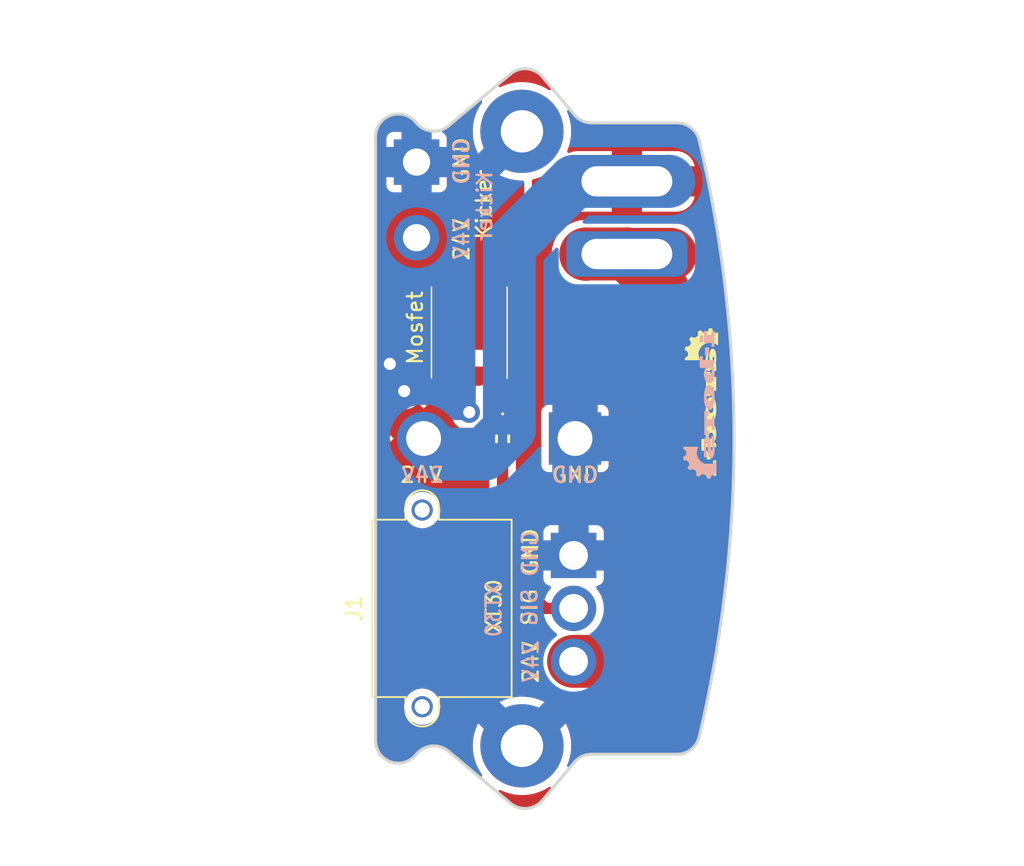
<source format=kicad_pcb>
(kicad_pcb (version 20240108) (generator "pcbnew") (generator_version "8.0")
  (layers (0 "F.Cu" signal) (31 "B.Cu" signal) (34 "B.Paste" user) (35 "F.Paste" user) (36 "B.SilkS" user "B.Silkscreen") (37 "F.SilkS" user "F.Silkscreen") (38 "B.Mask" user) (39 "F.Mask" user) (44 "Edge.Cuts" user))
  (net 0 "")
  (net 1 "SIG")
  (net 2 "+24V")
  (net 3 "GND")
  (net 4 "VOUT")
  (net 5 "VIN")
  (net 6 "Net-(J1-Pin_2)")
  (net 7 "Net-(J1-Pin_1)")
  (footprint "" (layer "F.Cu") (at 79.5 28)
    (property "Reference" "")
    (property "Value" "")
  )
  (footprint "ownstuff:RND 210-00545 Schalter 3A" (layer "F.Cu") (at 89.408 -19.812 -90)
    (property "Reference" "J3" (hide yes))
    (property "Value" "Conn_01x02_Male" (hide yes))
  )
  (footprint "" (layer "F.Cu") (at 91.5 -23.5)
    (property "Reference" "")
    (property "Value" "")
  )
  (footprint "libloader:SMLD12EN1WT86C" (layer "F.Cu") (at 70.2 0 -90)
    (property "Reference" "LED1" (hide yes))
    (property "Value" "SMLD12EN1WT86C" (hide yes))
  )
  (footprint "Justus:mp012928" (layer "F.Cu") (at 80.772 5.08 -90)
    (property "Reference" "J4" (hide yes))
    (property "Value" "Conn_01x02_Pin" (hide yes))
  )
  (footprint "Connector_AMASS:AMASS_MR30PW-M_1x03_P3.50mm_Horizontal" (layer "F.Cu") (at 74.887 14.71 90)
    (property "Reference" "J1")
    (property "Value" "Conn_01x03_Pin")
  )
  (footprint "Connector_AMASS:AMASS_XT30UPB-M_1x02_P5.0mm_Vertical" (layer "F.Cu") (at 64.516 -18.288 -90)
    (property "Reference" "J2" (hide yes))
    (property "Value" "Conn_01x02_Socket" (hide yes))
  )
  (footprint "libloader:BSC021N08NS5ATMA1" (layer "F.Cu") (at 68 -7.024)
    (property "Reference" "Q1" (hide yes))
    (property "Value" "ISC009N06LM5ATMA1" (hide yes))
  )
  (footprint "libloader:CAPPRD1000W210D2550H4200" (layer "F.Cu") (at 69.982 -0.018)
    (property "Reference" "C1" (hide yes))
    (property "Value" "ALC80A392BD063" (hide yes))
  )
  (gr_poly (pts (xy 83.523503 -0.26152) (xy 83.523588 -0.259851) (xy 83.523758 -0.258266) (xy 83.523883 -0.257506) (xy 83.524039 -0.256769) (xy 83.524228 -0.256055) (xy 83.524454 -0.255365) (xy 83.52472 -0.2547) (xy 83.525029 -0.254059) (xy 83.525384 -0.253444) (xy 83.525788 -0.252855) (xy 83.526244 -0.252293) (xy 83.526755 -0.251759) (xy 83.527324 -0.251252) (xy 83.527954 -0.250773) (xy 83.528649 -0.250324) (xy 83.52941 -0.249904) (xy 83.530243 -0.249515) (xy 83.531148 -0.249156) (xy 83.53213 -0.248829) (xy 83.533192 -0.248534) (xy 83.534336 -0.248271) (xy 83.535565 -0.248042) (xy 83.536884 -0.247846) (xy 83.538294 -0.247684) (xy 83.539798 -0.247558) (xy 83.541401 -0.247466) (xy 83.543104 -0.247411) (xy 83.544912 -0.247393) (xy 83.799706 -0.247393) (xy 83.800912 -0.247422) (xy 83.802143 -0.247512) (xy 83.803382 -0.24767) (xy 83.804617 -0.247901) (xy 83.805833 -0.248212) (xy 83.807017 -0.248607) (xy 83.808154 -0.249093) (xy 83.808701 -0.249371) (xy 83.809231 -0.249675) (xy 83.809742 -0.250004) (xy 83.810233 -0.25036) (xy 83.810702 -0.250742) (xy 83.811147 -0.251152) (xy 83.811566 -0.251591) (xy 83.811958 -0.252059) (xy 83.812321 -0.252557) (xy 83.812654 -0.253086) (xy 83.812953 -0.253646) (xy 83.813219 -0.254238) (xy 83.813448 -0.254863) (xy 83.81364 -0.255521) (xy 83.813792 -0.256214) (xy 83.813902 -0.256942) (xy 83.81397 -0.257705) (xy 83.813993 -0.258506) (xy 83.813993 -0.547431) (xy 83.813971 -0.549435) (xy 83.81392 -0.550373) (xy 83.813819 -0.551263) (xy 83.813746 -0.551689) (xy 83.813654 -0.552102) (xy 83.813542 -0.552501) (xy 83.813407 -0.552886) (xy 83.813248 -0.553257) (xy 83.813062 -0.553613) (xy 83.812848 -0.553953) (xy 83.812604 -0.554277) (xy 83.812327 -0.554585) (xy 83.812015 -0.554876) (xy 83.811667 -0.555151) (xy 83.81128 -0.555407) (xy 83.810852 -0.555646) (xy 83.810382 -0.555866) (xy 83.809867 -0.556067) (xy 83.809305 -0.556249) (xy 83.808694 -0.556411) (xy 83.808033 -0.556553) (xy 83.807318 -0.556674) (xy 83.806549 -0.556775) (xy 83.805722 -0.556853) (xy 83.804837 -0.55691) (xy 83.80389 -0.556944) (xy 83.802881 -0.556956) (xy 83.685406 -0.556956) (xy 83.685406 -0.814131) (xy 84.030687 -0.814131) (xy 84.030687 -0.592675) (xy 84.031481 -0.592675) (xy 84.031524 -0.589816) (xy 84.031585 -0.588482) (xy 84.031679 -0.587218) (xy 84.03181 -0.586028) (xy 84.031983 -0.584917) (xy 84.032202 -0.58389) (xy 84.032473 -0.582951) (xy 84.032799 -0.582106) (xy 84.033186 -0.581358) (xy 84.033404 -0.581022) (xy 84.033638 -0.580712) (xy 84.03389 -0.580429) (xy 84.03416 -0.580173) (xy 84.034448 -0.579945) (xy 84.034756 -0.579746) (xy 84.035083 -0.579576) (xy 84.035431 -0.579435) (xy 84.0358 -0.579325) (xy 84.03619 -0.579245) (xy 84.036602 -0.579197) (xy 84.037037 -0.579181) (xy 84.191024 -0.579181) (xy 84.191459 -0.579197) (xy 84.191872 -0.579245) (xy 84.192262 -0.579325) (xy 84.19263 -0.579435) (xy 84.192978 -0.579576) (xy 84.193306 -0.579746) (xy 84.193613 -0.579945) (xy 84.193902 -0.580173) (xy 84.194172 -0.580429) (xy 84.194423 -0.580712) (xy 84.194658 -0.581022) (xy 84.194875 -0.581358) (xy 84.195077 -0.581719) (xy 84.195262 -0.582106) (xy 84.195433 -0.582516) (xy 84.195588 -0.582951) (xy 84.19573 -0.583409) (xy 84.195859 -0.58389) (xy 84.195975 -0.584393) (xy 84.196078 -0.584917) (xy 84.19617 -0.585462) (xy 84.196251 -0.586028) (xy 84.196322 -0.586613) (xy 84.196382 -0.587218) (xy 84.196476 -0.588482) (xy 84.196537 -0.589816) (xy 84.196571 -0.591215) (xy 84.196581 -0.592675) (xy 84.196581 -1.490406) (xy 84.196569 -1.490782) (xy 84.196534 -1.491167) (xy 84.196475 -1.491558) (xy 84.196393 -1.491954) (xy 84.196287 -1.492355) (xy 84.196157 -1.492758) (xy 84.196003 -1.493163) (xy 84.195824 -1.493568) (xy 84.195621 -1.493972) (xy 84.195394 -1.494374) (xy 84.195142 -1.494771) (xy 84.194865 -1.495164) (xy 84.194563 -1.49555) (xy 84.194235 -1.495928) (xy 84.193883 -1.496297) (xy 84.193505 -1.496657) (xy 84.193101 -1.497004) (xy 84.192672 -1.497339) (xy 84.192217 -1.497659) (xy 84.191736 -1.497963) (xy 84.191229 -1.498251) (xy 84.190695 -1.498521) (xy 84.190135 -1.498771) (xy 84.189549 -1.499001) (xy 84.188935 -1.499208) (xy 84.188295 -1.499392) (xy 84.187628 -1.499551) (xy 84.186933 -1.499684) (xy 84.186211 -1.49979) (xy 84.185462 -1.499867) (xy 84.184685 -1.499915) (xy 84.183881 -1.499931) (xy 84.043387 -1.499931) (xy 84.042934 -1.499917) (xy 84.042468 -1.499876) (xy 84.041508 -1.499717) (xy 84.04052 -1.49946) (xy 84.039517 -1.499112) (xy 84.038515 -1.498681) (xy 84.037527 -1.498173) (xy 84.036566 -1.497595) (xy 84.035648 -1.496954) (xy 84.034785 -1.496258) (xy 84.033992 -1.495513) (xy 84.033283 -1.494725) (xy 84.032964 -1.494318) (xy 84.032671 -1.493903) (xy 84.032406 -1.493481) (xy 84.032171 -1.493053) (xy 84.031968 -1.49262) (xy 84.031797 -1.492182) (xy 84.031661 -1.491741) (xy 84.031562 -1.491298) (xy 84.031501 -1.490852) (xy 84.031481 -1.490406) (xy 84.031481 -1.276093) (xy 83.686199 -1.276093) (xy 83.686199 -1.516599) (xy 83.806056 -1.516599) (xy 83.806633 -1.51662) (xy 83.807173 -1.516681) (xy 83.807679 -1.516781) (xy 83.808152 -1.516917) (xy 83.808591 -1.517089) (xy 83.809 -1.517295) (xy 83.809378 -1.517534) (xy 83.809727 -1.517802) (xy 83.810048 -1.5181) (xy 83.810342 -1.518426) (xy 83.810611 -1.518777) (xy 83.810855 -1.519153) (xy 83.811077 -1.519551) (xy 83.811276 -1.51997) (xy 83.811454 -1.520409) (xy 83.811612 -1.520866) (xy 83.811752 -1.521339) (xy 83.811874 -1.521826) (xy 83.81198 -1.522327) (xy 83.812071 -1.522839) (xy 83.812212 -1.523892) (xy 83.812306 -1.524971) (xy 83.812364 -1.526064) (xy 83.812393 -1.527158) (xy 83.812406 -1.529299) (xy 83.812406 -1.828543) (xy 83.81235 -1.830011) (xy 83.812187 -1.831436) (xy 83.811919 -1.832809) (xy 83.81155 -1.834124) (xy 83.811083 -1.835374) (xy 83.810814 -1.835972) (xy 83.810522 -1.836552) (xy 83.810207 -1.837112) (xy 83.80987 -1.837651) (xy 83.809512 -1.838168) (xy 83.809131 -1.838663) (xy 83.80873 -1.839135) (xy 83.808309 -1.839583) (xy 83.807867 -1.840006) (xy 83.807406 -1.840403) (xy 83.806926 -1.840773) (xy 83.806426 -1.841116) (xy 83.805909 -1.84143) (xy 83.805374 -1.841714) (xy 83.804821 -1.841969) (xy 83.804251 -1.842192) (xy 83.803665 -1.842384) (xy 83.803062 -1.842542) (xy 83.802444 -1.842667) (xy 83.80181 -1.842757) (xy 83.801162 -1.842812) (xy 83.8005 -1.842831) (xy 83.536181 -1.842831) (xy 83.535586 -1.842817) (xy 83.534992 -1.842776) (xy 83.5344 -1.842708) (xy 83.533812 -1.842614) (xy 83.533228 -1.842494) (xy 83.532651 -1.842349) (xy 83.531517 -1.841987) (xy 83.530421 -1.841532) (xy 83.529372 -1.840989) (xy 83.528378 -1.840362) (xy 83.527905 -1.840018) (xy 83.527449 -1.839656) (xy 83.527012 -1.839274) (xy 83.526595 -1.838875) (xy 83.526199 -1.838458) (xy 83.525825 -1.838025) (xy 83.525474 -1.837575) (xy 83.525147 -1.837109) (xy 83.524846 -1.836628) (xy 83.524572 -1.836133) (xy 83.524326 -1.835624) (xy 83.524108 -1.835101) (xy 83.523921 -1.834566) (xy 83.523766 -1.834018) (xy 83.523643 -1.833459) (xy 83.523553 -1.832889) (xy 83.523499 -1.832308) (xy 83.523481 -1.831717) (xy 83.523481 -0.263268)) (stroke (width -0.000001)) (fill solid) (layer "B.SilkS"))
  (gr_poly (pts (xy 83.220334 -6.394737) (xy 83.220535 -6.392209) (xy 83.220875 -6.389792) (xy 83.22136 -6.387496) (xy 83.221993 -6.38533) (xy 83.222367 -6.384299) (xy 83.22278 -6.383304) (xy 83.223232 -6.382346) (xy 83.223725 -6.381426) (xy 83.224258 -6.380546) (xy 83.224832 -6.379707) (xy 83.225449 -6.37891) (xy 83.226107 -6.378155) (xy 83.226809 -6.377445) (xy 83.227554 -6.37678) (xy 83.228344 -6.376162) (xy 83.229178 -6.375591) (xy 83.230058 -6.375069) (xy 83.230984 -6.374597) (xy 83.231956 -6.374177) (xy 83.232975 -6.373808) (xy 83.234042 -6.373493) (xy 83.235157 -6.373233) (xy 83.236321 -6.373029) (xy 83.237534 -6.372881) (xy 83.238798 -6.372792) (xy 83.240112 -6.372762) (xy 83.419499 -6.372762) (xy 83.420995 -6.372827) (xy 83.422495 -6.373025) (xy 83.423242 -6.373175) (xy 83.423985 -6.373358) (xy 83.424723 -6.373576) (xy 83.425453 -6.373828) (xy 83.426173 -6.374116) (xy 83.426883 -6.374438) (xy 83.42758 -6.374796) (xy 83.428262 -6.375189) (xy 83.428928 -6.375619) (xy 83.429576 -6.376085) (xy 83.430204 -6.376588) (xy 83.43081 -6.377127) (xy 83.431394 -6.377704) (xy 83.431952 -6.378318) (xy 83.432484 -6.37897) (xy 83.432987 -6.379661) (xy 83.43346 -6.380389) (xy 83.433901 -6.381156) (xy 83.434308 -6.381962) (xy 83.43468 -6.382808) (xy 83.435015 -6.383693) (xy 83.43531 -6.384617) (xy 83.435565 -6.385582) (xy 83.435778 -6.386587) (xy 83.435946 -6.387633) (xy 83.436068 -6.38872) (xy 83.436143 -6.389848) (xy 83.436168 -6.391018) (xy 83.436168 -6.807737) (xy 83.436148 -6.809624) (xy 83.436083 -6.811416) (xy 83.435964 -6.813107) (xy 83.435784 -6.814694) (xy 83.435534 -6.816175) (xy 83.435206 -6.817545) (xy 83.434791 -6.818802) (xy 83.43455 -6.819386) (xy 83.434283 -6.819941) (xy 83.433991 -6.820465) (xy 83.433672 -6.820959) (xy 83.433326 -6.821421) (xy 83.432951 -6.821852) (xy 83.432547 -6.822251) (xy 83.432112 -6.822618) (xy 83.431645 -6.822952) (xy 83.431145 -6.823252) (xy 83.430612 -6.823519) (xy 83.430044 -6.823751) (xy 83.42944 -6.823949) (xy 83.4288 -6.824112) (xy 83.428121 -6.82424) (xy 83.427404 -6.824332) (xy 83.426647 -6.824387) (xy 83.425849 -6.824405) (xy 83.232175 -6.824405) (xy 83.231652 -6.824387) (xy 83.231125 -6.824331) (xy 83.230597 -6.824239) (xy 83.230068 -6.824109) (xy 83.229539 -6.823943) (xy 83.229013 -6.823741) (xy 83.228489 -6.823502) (xy 83.22797 -6.823227) (xy 83.227457 -6.822916) (xy 83.226951 -6.822569) (xy 83.226453 -6.822187) (xy 83.225966 -6.821768) (xy 83.225489 -6.821315) (xy 83.225024 -6.820826) (xy 83.224574 -6.820301) (xy 83.224138 -6.819742) (xy 83.223718 -6.819148) (xy 83.223316 -6.818519) (xy 83.222933 -6.817856) (xy 83.22257 -6.817158) (xy 83.222229 -6.816426) (xy 83.221911 -6.815659) (xy 83.221616 -6.814859) (xy 83.221347 -6.814025) (xy 83.221105 -6.813157) (xy 83.220891 -6.812255) (xy 83.220706 -6.81132) (xy 83.220552 -6.810352) (xy 83.22043 -6.809351) (xy 83.220341 -6.808316) (xy 83.220287 -6.807249) (xy 83.220268 -6.806149) (xy 83.220268 -6.397368)) (stroke (width -0.000001)) (fill solid) (layer "B.SilkS"))
  (gr_poly (pts (xy 83.220287 -4.693819) (xy 83.220341 -4.692887) (xy 83.22043 -4.691979) (xy 83.220553 -4.691096) (xy 83.220709 -4.690237) (xy 83.220896 -4.689404) (xy 83.221113 -4.688597) (xy 83.22136 -4.687817) (xy 83.221634 -4.687063) (xy 83.221935 -4.686336) (xy 83.222261 -4.685637) (xy 83.222612 -4.684966) (xy 83.222986 -4.684323) (xy 83.223383 -4.683709) (xy 83.2238 -4.683125) (xy 83.224237 -4.682571) (xy 83.224692 -4.682046) (xy 83.225166 -4.681553) (xy 83.225655 -4.68109) (xy 83.226159 -4.680659) (xy 83.226678 -4.68026) (xy 83.227209 -4.679893) (xy 83.227752 -4.679559) (xy 83.228305 -4.679259) (xy 83.228867 -4.678992) (xy 83.229438 -4.67876) (xy 83.230016 -4.678562) (xy 83.230599 -4.678399) (xy 83.231187 -4.678271) (xy 83.231779 -4.678179) (xy 83.232373 -4.678124) (xy 83.232968 -4.678106) (xy 83.617143 -4.678106) (xy 83.607276 -4.665415) (xy 83.600039 -4.655352) (xy 83.591632 -4.642808) (xy 83.582327 -4.627781) (xy 83.572397 -4.610268) (xy 83.562117 -4.590266) (xy 83.551758 -4.567774) (xy 83.546635 -4.555594) (xy 83.541595 -4.542789) (xy 83.536672 -4.529361) (xy 83.5319 -4.515309) (xy 83.527314 -4.500633) (xy 83.522948 -4.485332) (xy 83.518835 -4.469406) (xy 83.51501 -4.452854) (xy 83.511507 -4.435677) (xy 83.508361 -4.417875) (xy 83.505604 -4.399446) (xy 83.503273 -4.38039) (xy 83.5014 -4.360708) (xy 83.50002 -4.340399) (xy 83.499167 -4.319463) (xy 83.498875 -4.297899) (xy 83.500218 -4.245563) (xy 83.504265 -4.191968) (xy 83.51104 -4.137755) (xy 83.520566 -4.083562) (xy 83.53287 -4.03003) (xy 83.547974 -3.977798) (xy 83.565904 -3.927505) (xy 83.586683 -3.879792) (xy 83.610337 -3.835296) (xy 83.636889 -3.794659) (xy 83.65126 -3.775987) (xy 83.666365 -3.758519) (xy 83.682206 -3.742335) (xy 83.698788 -3.727516) (xy 83.716112 -3.71414) (xy 83.734183 -3.702289) (xy 83.753002 -3.692042) (xy 83.772574 -3.683478) (xy 83.792901 -3.676678) (xy 83.813986 -3.671723) (xy 83.835832 -3.66869) (xy 83.858443 -3.667662) (xy 83.883935 -3.668774) (xy 83.908189 -3.672052) (xy 83.931235 -3.677415) (xy 83.953099 -3.684777) (xy 83.973811 -3.694056) (xy 83.993398 -3.705167) (xy 84.011889 -3.718026) (xy 84.02931 -3.732551) (xy 84.045691 -3.748657) (xy 84.06106 -3.766261) (xy 84.075444 -3.785278) (xy 84.088871 -3.805626) (xy 84.10137 -3.82722) (xy 84.112969 -3.849976) (xy 84.123695 -3.873812) (xy 84.133577 -3.898643) (xy 84.142643 -3.924386) (xy 84.15092 -3.950956) (xy 84.158438 -3.978271) (xy 84.165223 -4.006246) (xy 84.17671 -4.063842) (xy 84.185605 -4.123076) (xy 84.192133 -4.183277) (xy 84.196517 -4.243776) (xy 84.198984 -4.303902) (xy 84.199756 -4.362987) (xy 84.198386 -4.421803) (xy 84.194493 -4.477109) (xy 84.188397 -4.52891) (xy 84.180421 -4.577213) (xy 84.170887 -4.622023) (xy 84.160116 -4.663345) (xy 84.148433 -4.701187) (xy 84.136157 -4.735553) (xy 84.123611 -4.76645) (xy 84.111118 -4.793883) (xy 84.098999 -4.817858) (xy 84.087577 -4.838381) (xy 84.06811 -4.869094) (xy 84.055293 -4.886068) (xy 84.187056 -5.000368) (xy 84.1882 -5.00155) (xy 84.189254 -5.002718) (xy 84.190219 -5.003877) (xy 84.191099 -5.005031) (xy 84.191894 -5.006186) (xy 84.192609 -5.007344) (xy 84.193244 -5.008513) (xy 84.193803 -5.009695) (xy 84.194287 -5.010895) (xy 84.194699 -5.012119) (xy 84.195041 -5.013371) (xy 84.195316 -5.014656) (xy 84.195525 -5.015977) (xy 84.195672 -5.017341) (xy 84.195759 -5.018751) (xy 84.195787 -5.020212) (xy 84.195787 -5.189281) (xy 84.195687 -5.192985) (xy 84.195393 -5.196365) (xy 84.195178 -5.197938) (xy 84.194918 -5.199435) (xy 84.194617 -5.200856) (xy 84.194274 -5.202204) (xy 84.193892 -5.20348) (xy 84.193471 -5.204685) (xy 84.193014 -5.205821) (xy 84.192522 -5.206889) (xy 84.191996 -5.207891) (xy 84.191438 -5.208828) (xy 84.190849 -5.209702) (xy 84.190231 -5.210513) (xy 84.189584 -5.211265) (xy 84.188912 -5.211957) (xy 84.188214 -5.212592) (xy 84.187493 -5.213171) (xy 84.18675 -5.213695) (xy 84.185986 -5.214165) (xy 84.184402 -5.214953) (xy 84.182752 -5.215546) (xy 84.18105 -5.215955) (xy 84.179305 -5.216192) (xy 84.177531 -5.216268) (xy 83.853681 -5.216268) (xy 83.853681 -4.674931) (xy 83.862223 -4.674706) (xy 83.870584 -4.674035) (xy 83.878755 -4.672923) (xy 83.886733 -4.671374) (xy 83.894511 -4.669394) (xy 83.902082 -4.666988) (xy 83.909443 -4.66416) (xy 83.916585 -4.660916) (xy 83.923505 -4.65726) (xy 83.930195 -4.653198) (xy 83.936651 -4.648733) (xy 83.942866 -4.643872) (xy 83.948834 -4.638619) (xy 83.95455 -4.632979) (xy 83.960008 -4.626958) (xy 83.965202 -4.620559) (xy 83.970127 -4.613788) (xy 83.974776 -4.60665) (xy 83.979143 -4.59915) (xy 83.983223 -4.591292) (xy 83.98701 -4.583083) (xy 83.990499 -4.574526) (xy 83.993682 -4.565626) (xy 83.996556 -4.556389) (xy 83.999113 -4.546819) (xy 84.001347 -4.536922) (xy 84.003255 -4.526703) (xy 84.004828 -4.516165) (xy 84.006062 -4.505315) (xy 84.00695 -4.494157) (xy 84.007488 -4.482696) (xy 84.007668 -4.470937) (xy 84.007029 -4.448894) (xy 84.005121 -4.42776) (xy 84.00196 -4.407604) (xy 83.99756 -4.388498) (xy 83.991937 -4.370514) (xy 83.985107 -4.353721) (xy 83.981243 -4.345793) (xy 83.977083 -4.33819) (xy 83.972628 -4.330921) (xy 83.967881 -4.323994) (xy 83.962844 -4.317418) (xy 83.957517 -4.311202) (xy 83.951904 -4.305355) (xy 83.946005 -4.299885) (xy 83.939824 -4.294802) (xy 83.933361 -4.290115) (xy 83.926619 -4.285832) (xy 83.919599 -4.281962) (xy 83.912304 -4.278515) (xy 83.904735 -4.275498) (xy 83.896894 -4.272921) (xy 83.888784 -4.270792) (xy 83.880405 -4.269122) (xy 83.871761 -4.267917) (xy 83.862852 -4.267188) (xy 83.853681 -4.266943) (xy 83.844509 -4.267256) (xy 83.835601 -4.268179) (xy 83.826956 -4.269691) (xy 83.818577 -4.271769) (xy 83.810467 -4.274392) (xy 83.802626 -4.277538) (xy 83.795057 -4.281185) (xy 83.787762 -4.285311) (xy 83.780743 -4.289894) (xy 83.774 -4.294911) (xy 83.767538 -4.300342) (xy 83.761356 -4.306164) (xy 83.755458 -4.312355) (xy 83.749844 -4.318893) (xy 83.744518 -4.325757) (xy 83.73948 -4.332923) (xy 83.734733 -4.340372) (xy 83.730278 -4.348079) (xy 83.726118 -4.356024) (xy 83.722255 -4.364185) (xy 83.718689 -4.372539) (xy 83.715424 -4.381065) (xy 83.71246 -4.389741) (xy 83.709801 -4.398544) (xy 83.707447 -4.407453) (xy 83.705402 -4.416446) (xy 83.703665 -4.425501) (xy 83.70224 -4.434596) (xy 83.701129 -4.443709) (xy 83.700332 -4.452818) (xy 83.699853 -4.461901) (xy 83.699693 -4.470937) (xy 83.700455 -4.491279) (xy 83.702436 -4.511151) (xy 83.705628 -4.530438) (xy 83.710024 -4.549022) (xy 83.715616 -4.566788) (xy 83.722394 -4.583618) (xy 83.730352 -4.599398) (xy 83.73477 -4.606857) (xy 83.73948 -4.61401) (xy 83.744481 -4.620842) (xy 83.749771 -4.627339) (xy 83.75535 -4.633486) (xy 83.761216 -4.639268) (xy 83.76737 -4.644671) (xy 83.773809 -4.64968) (xy 83.780532 -4.654282) (xy 83.787539 -4.65846) (xy 83.794828 -4.662202) (xy 83.802399 -4.665492) (xy 83.810251 -4.668315) (xy 83.818382 -4.670658) (xy 83.826792 -4.672506) (xy 83.835478 -4.673843) (xy 83.844442 -4.674656) (xy 83.853681 -4.674931) (xy 83.853681 -5.216268) (xy 83.420293 -5.216268) (xy 83.420293 -5.438518) (xy 83.420229 -5.44114) (xy 83.420041 -5.443643) (xy 83.419734 -5.446021) (xy 83.419314 -5.448266) (xy 83.418787 -5.450372) (xy 83.418159 -5.452331) (xy 83.417435 -5.454137) (xy 83.416622 -5.455782) (xy 83.415726 -5.45726) (xy 83.414751 -5.458563) (xy 83.413704 -5.459685) (xy 83.412591 -5.460619) (xy 83.412012 -5.461013) (xy 83.411418 -5.461357) (xy 83.410811 -5.461651) (xy 83.41019 -5.461893) (xy 83.409557 -5.462083) (xy 83.408913 -5.46222) (xy 83.408258 -5.462303) (xy 83.407593 -5.46233) (xy 83.244875 -5.46233) (xy 83.241851 -5.462238) (xy 83.240416 -5.462124) (xy 83.239031 -5.461965) (xy 83.237698 -5.461761) (xy 83.236414 -5.461514) (xy 83.235181 -5.461224) (xy 83.233998 -5.460892) (xy 83.232865 -5.460517) (xy 83.231781 -5.460102) (xy 83.230748 -5.459646) (xy 83.229764 -5.459149) (xy 83.228829 -5.458613) (xy 83.227944 -5.458038) (xy 83.227108 -5.457425) (xy 83.226321 -5.456774) (xy 83.225582 -5.456086) (xy 83.224893 -5.455361) (xy 83.224251 -5.4546) (xy 83.223659 -5.453804) (xy 83.223114 -5.452973) (xy 83.222618 -5.452107) (xy 83.22217 -5.451208) (xy 83.221769 -5.450275) (xy 83.221416 -5.44931) (xy 83.221111 -5.448313) (xy 83.220853 -5.447285) (xy 83.220642 -5.446226) (xy 83.220478 -5.445137) (xy 83.220361 -5.444018) (xy 83.220268 -5.441693) (xy 83.220268 -4.694775)) (stroke (width -0.000001)) (fill solid) (layer "B.SilkS"))
  (gr_poly (pts (xy 83.499926 0.572719) (xy 83.500687 0.590986) (xy 83.501934 0.609743) (xy 83.503649 0.628845) (xy 83.508417 0.667505) (xy 83.514849 0.705802) (xy 83.518646 0.724451) (xy 83.522806 0.742573) (xy 83.527314 0.760023) (xy 83.53215 0.776656) (xy 83.537298 0.792327) (xy 83.54274 0.806889) (xy 83.548459 0.820197) (xy 83.554437 0.832107) (xy 83.552178 0.83259) (xy 83.549868 0.83314) (xy 83.545123 0.834414) (xy 83.540247 0.835875) (xy 83.535288 0.837465) (xy 83.525304 0.840813) (xy 83.520372 0.84246) (xy 83.515543 0.844013) (xy 83.514485 0.844339) (xy 83.513402 0.844724) (xy 83.512308 0.845173) (xy 83.511215 0.845687) (xy 83.510136 0.846271) (xy 83.509083 0.846929) (xy 83.50807 0.847663) (xy 83.50711 0.848478) (xy 83.506653 0.848916) (xy 83.506214 0.849376) (xy 83.505795 0.849858) (xy 83.505397 0.850362) (xy 83.505021 0.850888) (xy 83.50467 0.851438) (xy 83.504344 0.852011) (xy 83.504046 0.852608) (xy 83.503777 0.85323) (xy 83.503539 0.853876) (xy 83.503333 0.854548) (xy 83.503161 0.855245) (xy 83.503024 0.855969) (xy 83.502925 0.856719) (xy 83.502864 0.857497) (xy 83.502843 0.858301) (xy 83.502843 1.207551) (xy 83.502873 1.208307) (xy 83.502962 1.209082) (xy 83.503108 1.209875) (xy 83.50331 1.210683) (xy 83.503566 1.211502) (xy 83.503874 1.21233) (xy 83.504233 1.213164) (xy 83.504641 1.214) (xy 83.505098 1.214837) (xy 83.5056 1.215671) (xy 83.506146 1.216499) (xy 83.506736 1.217318) (xy 83.507367 1.218126) (xy 83.508037 1.218919) (xy 83.508746 1.219694) (xy 83.509491 1.220449) (xy 83.510271 1.221181) (xy 83.511084 1.221887) (xy 83.511929 1.222564) (xy 83.512804 1.223209) (xy 83.513707 1.223819) (xy 83.514638 1.224391) (xy 83.515593 1.224922) (xy 83.516573 1.22541) (xy 83.517574 1.225852) (xy 83.518596 1.226243) (xy 83.519637 1.226583) (xy 83.520695 1.226867) (xy 83.521769 1.227094) (xy 83.522857 1.227259) (xy 83.523957 1.22736) (xy 83.525068 1.227394) (xy 83.690168 1.227394) (xy 83.690768 1.227365) (xy 83.691375 1.227277) (xy 83.691988 1.227133) (xy 83.692605 1.226936) (xy 83.693225 1.226687) (xy 83.693845 1.22639) (xy 83.694464 1.226046) (xy 83.69508 1.225658) (xy 83.695691 1.225228) (xy 83.696296 1.224759) (xy 83.696893 1.224252) (xy 83.697479 1.223711) (xy 83.698055 1.223137) (xy 83.698617 1.222533) (xy 83.699163 1.221901) (xy 83.699693 1.221243) (xy 83.700205 1.220562) (xy 83.700696 1.21986) (xy 83.701164 1.219139) (xy 83.701609 1.218403) (xy 83.702029 1.217652) (xy 83.702421 1.21689) (xy 83.702784 1.216118) (xy 83.703116 1.215339) (xy 83.703416 1.214556) (xy 83.703681 1.21377) (xy 83.703911 1.212985) (xy 83.704102 1.212201) (xy 83.704254 1.211423) (xy 83.704365 1.210651) (xy 83.704433 1.209889) (xy 83.704456 1.209138) (xy 83.704456 0.814645) (xy 83.704427 0.813629) (xy 83.704341 0.81266) (xy 83.704194 0.811729) (xy 83.703984 0.810825) (xy 83.70371 0.80994) (xy 83.703367 0.809064) (xy 83.702955 0.808188) (xy 83.702471 0.807303) (xy 83.701913 0.806399) (xy 83.701278 0.805468) (xy 83.700563 0.804499) (xy 83.699768 0.803483) (xy 83.698888 0.802412) (xy 83.697923 0.801275) (xy 83.695724 0.79877) (xy 83.692172 0.795878) (xy 83.688402 0.79249) (xy 83.684477 0.788499) (xy 83.682475 0.786245) (xy 83.680457 0.7838) (xy 83.678431 0.781152) (xy 83.676405 0.778287) (xy 83.674386 0.775193) (xy 83.672382 0.771855) (xy 83.6704 0.768261) (xy 83.668449 0.764397) (xy 83.666536 0.760251) (xy 83.664669 0.755808) (xy 83.662855 0.751056) (xy 83.661103 0.745982) (xy 83.659419 0.740572) (xy 83.657812 0.734813) (xy 83.656289 0.728691) (xy 83.654859 0.722195) (xy 83.653527 0.715309) (xy 83.652304 0.708022) (xy 83.651195 0.70032) (xy 83.65021 0.692189) (xy 83.649354 0.683617) (xy 83.648637 0.67459) (xy 83.648066 0.665095) (xy 83.647649 0.655119) (xy 83.647393 0.644649) (xy 83.647306 0.63367) (xy 83.647306 0.464601) (xy 83.647431 0.449277) (xy 83.647825 0.435135) (xy 83.648514 0.422148) (xy 83.649526 0.410291) (xy 83.650886 0.399536) (xy 83.652622 0.389857) (xy 83.65476 0.381226) (xy 83.657327 0.373617) (xy 83.66035 0.367004) (xy 83.663855 0.361359) (xy 83.665797 0.358892) (xy 83.66787 0.356656) (xy 83.670076 0.35465) (xy 83.67242 0.352868) (xy 83.674905 0.351309) (xy 83.677534 0.349969) (xy 83.68031 0.348844) (xy 83.683237 0.347931) (xy 83.689556 0.346727) (xy 83.696518 0.346332) (xy 83.700056 0.346473) (xy 83.703383 0.346891) (xy 83.706506 0.347579) (xy 83.709432 0.348532) (xy 83.712169 0.349742) (xy 83.714723 0.351203) (xy 83.717102 0.352909) (xy 83.719314 0.354853) (xy 83.721365 0.357027) (xy 83.723263 0.359427) (xy 83.725015 0.362045) (xy 83.726628 0.364875) (xy 83.72811 0.36791) (xy 83.729468 0.371144) (xy 83.730709 0.37457) (xy 83.73184 0.378181) (xy 83.732869 0.381972) (xy 83.733803 0.385935) (xy 83.734649 0.390064) (xy 83.735415 0.394352) (xy 83.736734 0.403381) (xy 83.737818 0.41297) (xy 83.738725 0.423065) (xy 83.739514 0.433615) (xy 83.740968 0.455869) (xy 83.753668 0.893226) (xy 83.754519 0.916912) (xy 83.758542 0.96454) (xy 83.762432 0.994722) (xy 83.767942 1.027758) (xy 83.775347 1.062603) (xy 83.784922 1.098212) (xy 83.796944 1.133543) (xy 83.803959 1.150778) (xy 83.811688 1.167551) (xy 83.820167 1.183732) (xy 83.829429 1.199191) (xy 83.83951 1.213797) (xy 83.850444 1.22742) (xy 83.862264 1.239929) (xy 83.875007 1.251193) (xy 83.888705 1.261083) (xy 83.903394 1.269467) (xy 83.919108 1.276215) (xy 83.935881 1.281197) (xy 83.953748 1.284282) (xy 83.972743 1.285339) (xy 83.98897 1.284381) (xy 84.004471 1.281565) (xy 84.019261 1.276977) (xy 84.033352 1.270703) (xy 84.046759 1.262828) (xy 84.059495 1.253438) (xy 84.071575 1.24262) (xy 84.083012 1.230459) (xy 84.09382 1.217041) (xy 84.104013 1.202452) (xy 84.113605 1.186777) (xy 84.122608 1.170104) (xy 84.131038 1.152517) (xy 84.138908 1.134103) (xy 84.146232 1.114948) (xy 84.153024 1.095136) (xy 84.165065 1.053891) (xy 84.175142 1.011053) (xy 84.183365 0.967311) (xy 84.189846 0.923351) (xy 84.194695 0.879861) (xy 84.198021 0.837529) (xy 84.199936 0.79704) (xy 84.200549 0.759082) (xy 84.200549 0.547944) (xy 84.200295 0.531313) (xy 84.199557 0.513718) (xy 84.196779 0.476544) (xy 84.192513 0.438235) (xy 84.187056 0.400605) (xy 84.180706 0.365467) (xy 84.17376 0.334637) (xy 84.170157 0.321403) (xy 84.166517 0.309927) (xy 84.162877 0.300434) (xy 84.159274 0.293151) (xy 84.175546 0.266262) (xy 84.179056 0.26054) (xy 84.182492 0.255088) (xy 84.185927 0.24984) (xy 84.189437 0.244732) (xy 84.190581 0.242825) (xy 84.191635 0.240968) (xy 84.192601 0.239158) (xy 84.19348 0.23739) (xy 84.194276 0.235659) (xy 84.19499 0.233961) (xy 84.195625 0.23229) (xy 84.196184 0.230643) (xy 84.196668 0.229015) (xy 84.19708 0.2274) (xy 84.197422 0.225795) (xy 84.197697 0.224194) (xy 84.197907 0.222593) (xy 84.198053 0.220988) (xy 84.19814 0.219373) (xy 84.198168 0.217744) (xy 84.198168 -0.168018) (xy 84.196581 -0.168018) (xy 84.196546 -0.168762) (xy 84.196445 -0.169505) (xy 84.196281 -0.170244) (xy 84.196057 -0.17098) (xy 84.195775 -0.171709) (xy 84.19544 -0.172431) (xy 84.195054 -0.173144) (xy 84.194621 -0.173848) (xy 84.194144 -0.174539) (xy 84.193625 -0.175218) (xy 84.193069 -0.175882) (xy 84.192479 -0.17653) (xy 84.191857 -0.17716) (xy 84.191206 -0.177772) (xy 84.189834 -0.178933) (xy 84.188387 -0.18) (xy 84.186891 -0.180964) (xy 84.185373 -0.18181) (xy 84.183856 -0.182529) (xy 84.182367 -0.183109) (xy 84.181641 -0.183343) (xy 84.180932 -0.183537) (xy 84.180243 -0.183691) (xy 84.179576 -0.183803) (xy 84.178936 -0.183871) (xy 84.178325 -0.183894) (xy 84.001318 -0.183894) (xy 84.000584 -0.183868) (xy 83.999868 -0.183794) (xy 83.999171 -0.183672) (xy 83.998494 -0.183505) (xy 83.997836 -0.183294) (xy 83.997199 -0.183041) (xy 83.996582 -0.182748) (xy 83.995985 -0.182418) (xy 83.99541 -0.182051) (xy 83.994856 -0.181651) (xy 83.994323 -0.181218) (xy 83.993812 -0.180754) (xy 83.993323 -0.180262) (xy 83.992857 -0.179744) (xy 83.992413 -0.179201) (xy 83.991992 -0.178635) (xy 83.991594 -0.178048) (xy 83.99122 -0.177442) (xy 83.99087 -0.176819) (xy 83.990544 -0.176181) (xy 83.990242 -0.175529) (xy 83.989965 -0.174866) (xy 83.989713 -0.174193) (xy 83.989487 -0.173513) (xy 83.989285 -0.172826) (xy 83.98911 -0.172136) (xy 83.988961 -0.171444) (xy 83.988839 -0.170752) (xy 83.988743 -0.170061) (xy 83.988674 -0.169374) (xy 83.988632 -0.168693) (xy 83.988618 -0.168018) (xy 83.988618 0.27807) (xy 83.988637 0.278599) (xy 83.988692 0.279147) (xy 83.988782 0.279709) (xy 83.988907 0.280286) (xy 83.989257 0.281477) (xy 83.989735 0.282708) (xy 83.990333 0.283966) (xy 83.991046 0.285241) (xy 83.991866 0.28652) (xy 83.992786 0.287793) (xy 83.993798 0.289046) (xy 83.994897 0.29027) (xy 83.996075 0.291452) (xy 83.997325 0.29258) (xy 83.99864 0.293643) (xy 84.000013 0.294629) (xy 84.001437 0.295527) (xy 84.002906 0.296325) (xy 84.006647 0.298145) (xy 84.010281 0.300468) (xy 84.013807 0.303274) (xy 84.017223 0.306546) (xy 84.020529 0.310265) (xy 84.023725 0.314413) (xy 84.026809 0.318971) (xy 84.029782 0.32392) (xy 84.032641 0.329243) (xy 84.035387 0.334921) (xy 84.040536 0.347266) (xy 84.045222 0.36081) (xy 84.049439 0.375403) (xy 84.053182 0.390898) (xy 84.056445 0.407148) (xy 84.059222 0.424005) (xy 84.061507 0.441321) (xy 84.063294 0.458949) (xy 84.064578 0.476741) (xy 84.065352 0.494549) (xy 84.065612 0.512226) (xy 84.065612 0.64637) (xy 84.065487 0.65626) (xy 84.065093 0.666219) (xy 84.064403 0.676151) (xy 84.063392 0.685957) (xy 84.062032 0.69554) (xy 84.060296 0.704803) (xy 84.058158 0.713646) (xy 84.055591 0.721973) (xy 84.052568 0.729687) (xy 84.049063 0.736689) (xy 84.047121 0.739892) (xy 84.045048 0.742881) (xy 84.042841 0.745644) (xy 84.040497 0.748167) (xy 84.038013 0.750439) (xy 84.035384 0.752448) (xy 84.032608 0.754182) (xy 84.029681 0.755627) (xy 84.0266 0.756773) (xy 84.023362 0.757606) (xy 84.019963 0.758115) (xy 84.016399 0.758287) (xy 84.012634 0.758116) (xy 84.009072 0.757615) (xy 84.005708 0.756801) (xy 84.002537 0.755695) (xy 83.999553 0.754315) (xy 83.996751 0.752678) (xy 83.994124 0.750805) (xy 83.991669 0.748713) (xy 83.989379 0.746421) (xy 83.987248 0.743947) (xy 83.985271 0.741311) (xy 83.983443 0.73853) (xy 83.981758 0.735624) (xy 83.98021 0.732611) (xy 83.978795 0.72951) (xy 83.977506 0.726339) (xy 83.976337 0.723117) (xy 83.975284 0.719862) (xy 83.973503 0.713329) (xy 83.972116 0.706889) (xy 83.971081 0.700691) (xy 83.970353 0.694884) (xy 83.969887 0.689616) (xy 83.969641 0.685037) (xy 83.969568 0.681294) (xy 83.948931 0.30347) (xy 83.946106 0.26418) (xy 83.942033 0.223743) (xy 83.936619 0.182666) (xy 83.929769 0.141458) (xy 83.921389 0.100626) (xy 83.911384 0.06068) (xy 83.899661 0.022126) (xy 83.886125 -0.014526) (xy 83.870683 -0.04877) (xy 83.853239 -0.080096) (xy 83.843737 -0.094506) (xy 83.8337 -0.107997) (xy 83.823115 -0.120504) (xy 83.811972 -0.131964) (xy 83.800257 -0.142314) (xy 83.78796 -0.15149) (xy 83.775068 -0.159428) (xy 83.76157 -0.166066) (xy 83.747454 -0.171339) (xy 83.732708 -0.175184) (xy 83.717321 -0.177538) (xy 83.701281 -0.178336) (xy 83.6889 -0.177616) (xy 83.67691 -0.175477) (xy 83.665311 -0.17195) (xy 83.654104 -0.167067) (xy 83.643287 -0.160861) (xy 83.632862 -0.153363) (xy 83.622829 -0.144605) (xy 83.613187 -0.134618) (xy 83.603937 -0.123435) (xy 83.595079 -0.111088) (xy 83.586613 -0.097607) (xy 83.578539 -0.083026) (xy 83.570858 -0.067376) (xy 83.56357 -0.050688) (xy 83.556674 -0.032995) (xy 83.550171 -0.014328) (xy 83.54406 0.005281) (xy 83.538344 0.025799) (xy 83.53302 0.047196) (xy 83.52809 0.069439) (xy 83.523553 0.092496) (xy 83.51941 0.116337) (xy 83.512306 0.166238) (xy 83.506779 0.218887) (xy 83.502829 0.274031) (xy 83.500459 0.331414) (xy 83.499668 0.390782) (xy 83.499668 0.555089)) (stroke (width -0.000001)) (fill solid) (layer "B.SilkS"))
  (gr_poly (pts (xy 82.116757 0.643368) (xy 82.116897 0.646154) (xy 82.117169 0.648838) (xy 82.117577 0.651426) (xy 82.118121 0.65392) (xy 82.118805 0.656324) (xy 82.119631 0.658643) (xy 82.120601 0.66088) (xy 82.121718 0.663039) (xy 82.122983 0.665123) (xy 82.1244 0.667136) (xy 82.12597 0.669083) (xy 82.127696 0.670967) (xy 82.12958 0.672791) (xy 82.131624 0.67456) (xy 82.133832 0.676277) (xy 82.136204 0.677946) (xy 82.138744 0.679571) (xy 82.141453 0.681156) (xy 82.147391 0.684218) (xy 82.154035 0.687165) (xy 82.161406 0.690026) (xy 82.168782 0.69278) (xy 82.176031 0.695689) (xy 82.183154 0.698758) (xy 82.190154 0.701994) (xy 82.197033 0.705402) (xy 82.203794 0.708987) (xy 82.210438 0.712757) (xy 82.216968 0.716715) (xy 82.223387 0.72087) (xy 82.229696 0.725225) (xy 82.235898 0.729787) (xy 82.241996 0.734562) (xy 82.247991 0.739556) (xy 82.253887 0.744774) (xy 82.259684 0.750223) (xy 82.265387 0.755907) (xy 82.275502 0.766762) (xy 82.284728 0.777892) (xy 82.29309 0.789294) (xy 82.300609 0.800965) (xy 82.307311 0.812901) (xy 82.313216 0.825098) (xy 82.31835 0.837554) (xy 82.322735 0.850264) (xy 82.326395 0.863226) (xy 82.329352 0.876435) (xy 82.33163 0.889888) (xy 82.333252 0.903582) (xy 82.334242 0.917513) (xy 82.334623 0.931678) (xy 82.334417 0.946073) (xy 82.333649 0.960695) (xy 82.332773 0.970619) (xy 82.331626 0.980443) (xy 82.330198 0.990159) (xy 82.328478 0.999762) (xy 82.326455 1.009244) (xy 82.32412 1.018599) (xy 82.321461 1.027818) (xy 82.318469 1.036895) (xy 82.315132 1.045824) (xy 82.311441 1.054597) (xy 82.307385 1.063207) (xy 82.302953 1.071647) (xy 82.298136 1.07991) (xy 82.292922 1.08799) (xy 82.2873 1.095879) (xy 82.281262 1.10357) (xy 82.277748 1.107674) (xy 82.274061 1.111654) (xy 82.270213 1.115517) (xy 82.266218 1.119272) (xy 82.262088 1.122924) (xy 82.257835 1.126481) (xy 82.253474 1.129949) (xy 82.249016 1.133336) (xy 82.244474 1.136648) (xy 82.239861 1.139894) (xy 82.230474 1.146209) (xy 82.220957 1.152339) (xy 82.211412 1.158339) (xy 82.207953 1.160359) (xy 82.204425 1.162261) (xy 82.200834 1.164056) (xy 82.197186 1.165756) (xy 82.193488 1.167371) (xy 82.189743 1.168915) (xy 82.182142 1.171832) (xy 82.166652 1.177314) (xy 82.158855 1.180064) (xy 82.151087 1.182945) (xy 82.145987 1.185051) (xy 82.143628 1.186126) (xy 82.141394 1.187219) (xy 82.139284 1.188334) (xy 82.137295 1.189473) (xy 82.135425 1.19064) (xy 82.133674 1.191837) (xy 82.132039 1.193069) (xy 82.130518 1.194337) (xy 82.129111 1.195644) (xy 82.127814 1.196995) (xy 82.126626 1.198392) (xy 82.125547 1.199838) (xy 82.124572 1.201335) (xy 82.123702 1.202888) (xy 82.122935 1.204499) (xy 82.122268 1.206171) (xy 82.121699 1.207907) (xy 82.121228 1.209711) (xy 82.120852 1.211585) (xy 82.12057 1.213532) (xy 82.12038 1.215556) (xy 82.120279 1.217659) (xy 82.120268 1.219845) (xy 82.120342 1.222117) (xy 82.120502 1.224477) (xy 82.120745 1.226929) (xy 82.121472 1.23212) (xy 82.122512 1.237714) (xy 82.125355 1.252002) (xy 82.127994 1.266289) (xy 82.133029 1.294864) (xy 82.135612 1.309151) (xy 82.138362 1.323439) (xy 82.141373 1.337727) (xy 82.144737 1.352014) (xy 82.147596 1.363308) (xy 82.150571 1.373683) (xy 82.153738 1.383148) (xy 82.157176 1.391714) (xy 82.159022 1.395664) (xy 82.160964 1.399392) (xy 82.163012 1.402901) (xy 82.165177 1.406192) (xy 82.167469 1.409267) (xy 82.169896 1.412125) (xy 82.172469 1.41477) (xy 82.175197 1.417201) (xy 82.17809 1.419421) (xy 82.181158 1.42143) (xy 82.184411 1.423231) (xy 82.187858 1.424824) (xy 82.191509 1.42621) (xy 82.195374 1.427392) (xy 82.199463 1.428369) (xy 82.203784 1.429144) (xy 82.208349 1.429718) (xy 82.213167 1.430092) (xy 82.218247 1.430268) (xy 82.223599 1.430246) (xy 82.229233 1.430029) (xy 82.235159 1.429617) (xy 82.247924 1.428214) (xy 82.259981 1.426953) (xy 82.271752 1.426425) (xy 82.283249 1.426599) (xy 82.294483 1.427445) (xy 82.305465 1.428933) (xy 82.316209 1.431032) (xy 82.326724 1.433713) (xy 82.337023 1.436945) (xy 82.347117 1.440698) (xy 82.357018 1.444942) (xy 82.366738 1.449646) (xy 82.376289 1.45478) (xy 82.385681 1.460314) (xy 82.394926 1.466218) (xy 82.404037 1.472462) (xy 82.413024 1.479014) (xy 82.421463 1.485711) (xy 82.429523 1.492699) (xy 82.437215 1.499973) (xy 82.444551 1.507527) (xy 82.451543 1.515356) (xy 82.458203 1.523453) (xy 82.464542 1.531814) (xy 82.470571 1.540431) (xy 82.476303 1.549299) (xy 82.481749 1.558412) (xy 82.48692 1.567766) (xy 82.491829 1.577352) (xy 82.496486 1.587167) (xy 82.500904 1.597204) (xy 82.505094 1.607457) (xy 82.509068 1.61792) (xy 82.512606 1.628441) (xy 82.515497 1.638872) (xy 82.517762 1.649217) (xy 82.519424 1.65948) (xy 82.520504 1.669664) (xy 82.521025 1.679772) (xy 82.521009 1.689808) (xy 82.520478 1.699775) (xy 82.519454 1.709678) (xy 82.517959 1.719518) (xy 82.516015 1.729301) (xy 82.513645 1.739029) (xy 82.510869 1.748706) (xy 82.507712 1.758335) (xy 82.504193 1.76792) (xy 82.500337 1.777464) (xy 82.49767 1.783083) (xy 82.494743 1.788626) (xy 82.491575 1.794096) (xy 82.488183 1.799491) (xy 82.484586 1.804811) (xy 82.480803 1.810057) (xy 82.476853 1.815229) (xy 82.472754 1.820326) (xy 82.468525 1.825349) (xy 82.464184 1.830298) (xy 82.455242 1.839971) (xy 82.446077 1.849348) (xy 82.436837 1.858426) (xy 82.430828 1.864649) (xy 82.425603 1.870553) (xy 82.423286 1.873402) (xy 82.421165 1.876192) (xy 82.419241 1.878928) (xy 82.417514 1.881619) (xy 82.415985 1.88427) (xy 82.414654 1.886888) (xy 82.413521 1.88948) (xy 82.412587 1.892052) (xy 82.411852 1.894612) (xy 82.411316 1.897166) (xy 82.410979 1.89972) (xy 82.410842 1.902281) (xy 82.410904 1.904856) (xy 82.411167 1.907452) (xy 82.411631 1.910076) (xy 82.412296 1.912733) (xy 82.413161 1.915431) (xy 82.414229 1.918176) (xy 82.415497 1.920976) (xy 82.416968 1.923836) (xy 82.418641 1.926764) (xy 82.420517 1.929765) (xy 82.422596 1.932848) (xy 82.424878 1.936018) (xy 82.430052 1.942647) (xy 82.436043 1.949707) (xy 82.446056 1.961158) (xy 82.455874 1.97285) (xy 82.465525 1.984728) (xy 82.475036 1.996737) (xy 82.512243 2.044958) (xy 82.514785 2.04815) (xy 82.51735 2.051179) (xy 82.519938 2.054044) (xy 82.522549 2.056744) (xy 82.525184 2.059279) (xy 82.527842 2.061647) (xy 82.530523 2.063847) (xy 82.533228 2.06588) (xy 82.535956 2.067744) (xy 82.538707 2.069439) (xy 82.541481 2.070964) (xy 82.544278 2.072318) (xy 82.547099 2.073501) (xy 82.549943 2.074512) (xy 82.55281 2.075349) (xy 82.555701 2.076013) (xy 82.558615 2.076502) (xy 82.561552 2.076816) (xy 82.564512 2.076955) (xy 82.567496 2.076917) (xy 82.570502 2.076701) (xy 82.573532 2.076307) (xy 82.576586 2.075735) (xy 82.579662 2.074983) (xy 82.582762 2.074051) (xy 82.585885 2.072938) (xy 82.589031 2.071644) (xy 82.592201 2.070166) (xy 82.595394 2.068506) (xy 82.59861 2.066662) (xy 82.601849 2.064633) (xy 82.605112 2.062419) (xy 82.614106 2.056406) (xy 82.623362 2.050864) (xy 82.632862 2.045793) (xy 82.642584 2.041191) (xy 82.652508 2.037056) (xy 82.662612 2.033386) (xy 82.672878 2.030179) (xy 82.683284 2.027432) (xy 82.704434 2.023316) (xy 82.7259 2.021022) (xy 82.747516 2.020535) (xy 82.76912 2.021839) (xy 82.790548 2.02492) (xy 82.811634 2.029762) (xy 82.832216 2.036351) (xy 82.852129 2.044672) (xy 82.861784 2.049476) (xy 82.87121 2.054708) (xy 82.880387 2.060365) (xy 82.889294 2.066445) (xy 82.897912 2.072947) (xy 82.906218 2.079869) (xy 82.914194 2.087208) (xy 82.921818 2.094963) (xy 82.933974 2.108583) (xy 82.945134 2.122367) (xy 82.95529 2.136331) (xy 82.964432 2.150488) (xy 82.972551 2.164855) (xy 82.979638 2.179446) (xy 82.985682 2.194277) (xy 82.990676 2.209362) (xy 82.994609 2.224717) (xy 82.997472 2.240357) (xy 82.999257 2.256297) (xy 82.999953 2.272552) (xy 82.999551 2.289137) (xy 82.998043 2.306068) (xy 82.995418 2.323359) (xy 82.991668 2.341025) (xy 82.990437 2.345821) (xy 82.989113 2.350662) (xy 82.987678 2.355522) (xy 82.986112 2.360373) (xy 82.984397 2.365187) (xy 82.982515 2.369936) (xy 82.981506 2.372277) (xy 82.980447 2.374591) (xy 82.979337 2.376876) (xy 82.978174 2.379126) (xy 82.97712 2.381114) (xy 82.97619 2.383061) (xy 82.97538 2.384966) (xy 82.974688 2.386831) (xy 82.974111 2.388655) (xy 82.973648 2.390438) (xy 82.973296 2.392181) (xy 82.973052 2.393885) (xy 82.972914 2.395548) (xy 82.972879 2.397173) (xy 82.972945 2.398759) (xy 82.973109 2.400306) (xy 82.97337 2.401814) (xy 82.973724 2.403285) (xy 82.974168 2.404718) (xy 82.974702 2.406113) (xy 82.975321 2.407471) (xy 82.976024 2.408792) (xy 82.976808 2.410077) (xy 82.97767 2.411325) (xy 82.978609 2.412537) (xy 82.979622 2.413714) (xy 82.980705 2.414855) (xy 82.981858 2.415961) (xy 82.984359 2.418068) (xy 82.987105 2.420038) (xy 82.990078 2.421873) (xy 82.993255 2.423576) (xy 83.034233 2.444833) (xy 83.07521 2.465644) (xy 83.116485 2.48586) (xy 83.137327 2.495699) (xy 83.158355 2.505332) (xy 83.159204 2.505663) (xy 83.160108 2.505913) (xy 83.161066 2.506085) (xy 83.162073 2.506182) (xy 83.163125 2.506207) (xy 83.164219 2.506163) (xy 83.165351 2.506052) (xy 83.166516 2.505878) (xy 83.168934 2.505352) (xy 83.171443 2.504607) (xy 83.174012 2.503667) (xy 83.176612 2.502554) (xy 83.179211 2.501293) (xy 83.18178 2.499906) (xy 83.184289 2.498417) (xy 83.186707 2.496849) (xy 83.189004 2.495225) (xy 83.19115 2.493569) (xy 83.193115 2.491903) (xy 83.194868 2.490251) (xy 83.259162 2.420401) (xy 83.272092 2.408586) (xy 83.285287 2.397844) (xy 83.298752 2.388166) (xy 83.312492 2.379547) (xy 83.32651 2.371979) (xy 83.340813 2.365455) (xy 83.355403 2.359968) (xy 83.370287 2.355511) (xy 83.385468 2.352078) (xy 83.400952 2.34966) (xy 83.416742 2.348252) (xy 83.432844 2.347847) (xy 83.449263 2.348436) (xy 83.466002 2.350014) (xy 83.483067 2.352573) (xy 83.500462 2.356107) (xy 83.509727 2.358356) (xy 83.518772 2.36093) (xy 83.527601 2.363818) (xy 83.536218 2.367009) (xy 83.544625 2.370493) (xy 83.552826 2.374259) (xy 83.560825 2.378298) (xy 83.568625 2.382598) (xy 83.57623 2.38715) (xy 83.583643 2.391942) (xy 83.590867 2.396964) (xy 83.597907 2.402206) (xy 83.604765 2.407657) (xy 83.611446 2.413307) (xy 83.617952 2.419146) (xy 83.624287 2.425162) (xy 83.631507 2.43262) (xy 83.638289 2.440397) (xy 83.644644 2.448479) (xy 83.65058 2.456851) (xy 83.656107 2.465497) (xy 83.661233 2.474402) (xy 83.66597 2.483551) (xy 83.670324 2.492929) (xy 83.674307 2.502522) (xy 83.677927 2.512313) (xy 83.681193 2.522287) (xy 83.684116 2.532431) (xy 83.686703 2.542728) (xy 83.688965 2.553163) (xy 83.690911 2.563721) (xy 83.692549 2.574388) (xy 83.692885 2.577452) (xy 83.693042 2.580667) (xy 83.69307 2.587411) (xy 83.693135 2.59434) (xy 83.693339 2.597788) (xy 83.69374 2.601177) (xy 83.694402 2.604474) (xy 83.69485 2.606076) (xy 83.695386 2.607642) (xy 83.69602 2.609167) (xy 83.696757 2.610648) (xy 83.697607 2.612078) (xy 83.698577 2.613455) (xy 83.699675 2.614774) (xy 83.700908 2.616031) (xy 83.702285 2.61722) (xy 83.703814 2.618339) (xy 83.705502 2.619381) (xy 83.707357 2.620344) (xy 83.709386 2.621223) (xy 83.711599 2.622013) (xy 83.713832 2.6228) (xy 83.716066 2.623664) (xy 83.720541 2.625547) (xy 83.725036 2.627524) (xy 83.729558 2.629454) (xy 83.731832 2.630358) (xy 83.734117 2.631198) (xy 83.736414 2.631957) (xy 83.738723 2.632617) (xy 83.741047 2.63316) (xy 83.743385 2.63357) (xy 83.74574 2.633829) (xy 83.748112 2.633919) (xy 83.786931 2.634242) (xy 83.825899 2.634118) (xy 83.903687 2.633125) (xy 83.90804 2.633047) (xy 83.912172 2.632795) (xy 83.916082 2.632346) (xy 83.919773 2.631674) (xy 83.921536 2.631248) (xy 83.923245 2.630756) (xy 83.924899 2.630197) (xy 83.926499 2.629567) (xy 83.928046 2.628864) (xy 83.929538 2.628083) (xy 83.930976 2.627223) (xy 83.932361 2.626279) (xy 83.933692 2.62525) (xy 83.93497 2.624131) (xy 83.936195 2.62292) (xy 83.937367 2.621614) (xy 83.938486 2.62021) (xy 83.939552 2.618705) (xy 83.940565 2.617095) (xy 83.941526 2.615378) (xy 83.942435 2.61355) (xy 83.943291 2.611609) (xy 83.944096 2.609551) (xy 83.944849 2.607374) (xy 83.945549 2.605074) (xy 83.946199 2.602648) (xy 83.946796 2.600093) (xy 83.947343 2.597407) (xy 83.954202 2.562073) (xy 83.957766 2.544345) (xy 83.96173 2.526664) (xy 83.966326 2.509095) (xy 83.968935 2.500372) (xy 83.971788 2.491702) (xy 83.974916 2.483093) (xy 83.978347 2.474551) (xy 83.982111 2.466087) (xy 83.986237 2.457708) (xy 83.990727 2.44934) (xy 83.995552 2.44148) (xy 84.000697 2.434098) (xy 84.006143 2.42716) (xy 84.011872 2.420637) (xy 84.017867 2.414496) (xy 84.024112 2.408706) (xy 84.030588 2.403236) (xy 84.037277 2.398054) (xy 84.044163 2.39313) (xy 84.051229 2.388431) (xy 84.058456 2.383926) (xy 84.065827 2.379583) (xy 84.073324 2.375373) (xy 84.08863 2.36722) (xy 84.092833 2.365208) (xy 84.097103 2.36333) (xy 84.10143 2.36157) (xy 84.105808 2.359915) (xy 84.11468 2.356853) (xy 84.123655 2.354023) (xy 84.14165 2.348579) (xy 84.150541 2.345722) (xy 84.159274 2.342614) (xy 84.16787 2.339564) (xy 84.176396 2.337232) (xy 84.184856 2.335573) (xy 84.193257 2.334539) (xy 84.201601 2.334088) (xy 84.209894 2.334172) (xy 84.218141 2.334747) (xy 84.226346 2.335767) (xy 84.234514 2.337187) (xy 84.242649 2.338962) (xy 84.250756 2.341047) (xy 84.25884 2.343395) (xy 84.274957 2.348701) (xy 84.291037 2.354519) (xy 84.294945 2.355974) (xy 84.298937 2.357372) (xy 84.303022 2.358733) (xy 84.307209 2.360076) (xy 84.325168 2.365632) (xy 84.325168 1.511558) (xy 84.323191 1.5107) (xy 84.32141 1.509908) (xy 84.318322 1.508481) (xy 84.31568 1.507203) (xy 84.313262 1.505999) (xy 84.270895 1.530904) (xy 84.260281 1.537293) (xy 84.249749 1.54384) (xy 84.239348 1.550591) (xy 84.229124 1.557594) (xy 84.218195 1.56536) (xy 84.207135 1.572881) (xy 84.195945 1.580154) (xy 84.184625 1.587174) (xy 84.173174 1.593938) (xy 84.161594 1.600443) (xy 84.149883 1.606685) (xy 84.138042 1.61266) (xy 84.12607 1.618366) (xy 84.113969 1.623799) (xy 84.101737 1.628955) (xy 84.089375 1.633831) (xy 84.076882 1.638423) (xy 84.06426 1.642728) (xy 84.051507 1.646742) (xy 84.038624 1.650462) (xy 84.01524 1.656572) (xy 83.991819 1.662099) (xy 83.968364 1.667034) (xy 83.944875 1.671373) (xy 83.921353 1.675106) (xy 83.8978 1.678228) (xy 83.874217 1.680731) (xy 83.850605 1.682609) (xy 83.826965 1.683854) (xy 83.803298 1.68446) (xy 83.779605 1.684419) (xy 83.755888 1.683725) (xy 83.732148 1.68237) (xy 83.708386 1.680348) (xy 83.684602 1.677652) (xy 83.660799 1.674274) (xy 83.644064 1.671338) (xy 83.627491 1.667901) (xy 83.611074 1.663982) (xy 83.594806 1.659602) (xy 83.578683 1.65478) (xy 83.562698 1.649536) (xy 83.546846 1.64389) (xy 83.53112 1.637861) (xy 83.515516 1.631469) (xy 83.500026 1.624735) (xy 83.469369 1.610316) (xy 83.439103 1.594762) (xy 83.409181 1.578231) (xy 83.399309 1.572458) (xy 83.389625 1.566464) (xy 83.380114 1.56027) (xy 83.370758 1.553897) (xy 83.352449 1.540698) (xy 83.334568 1.527034) (xy 83.264718 1.471075) (xy 83.258296 1.465703) (xy 83.252114 1.460024) (xy 83.246151 1.454066) (xy 83.240385 1.447857) (xy 83.234796 1.441425) (xy 83.229362 1.434798) (xy 83.224064 1.428003) (xy 83.218879 1.421068) (xy 83.178993 1.363919) (xy 83.171925 1.353691) (xy 83.165016 1.343269) (xy 83.158273 1.332679) (xy 83.151708 1.321949) (xy 83.145328 1.311108) (xy 83.139144 1.300183) (xy 83.133165 1.289202) (xy 83.127399 1.278193) (xy 83.108449 1.240775) (xy 83.099159 1.222061) (xy 83.090093 1.203283) (xy 83.081325 1.184392) (xy 83.072928 1.165344) (xy 83.064978 1.146091) (xy 83.057549 1.126587) (xy 83.04964 1.103455) (xy 83.046021 1.091742) (xy 83.042642 1.079942) (xy 83.039514 1.068063) (xy 83.036648 1.056113) (xy 83.034057 1.0441) (xy 83.031752 1.032032) (xy 83.029745 1.019918) (xy 83.028047 1.007765) (xy 83.02667 0.995582) (xy 83.025626 0.983378) (xy 83.024925 0.971159) (xy 83.024581 0.958934) (xy 83.024604 0.946712) (xy 83.025006 0.9345) (xy 83.026359 0.912441) (xy 83.02854 0.890335) (xy 83.03141 0.868211) (xy 83.034828 0.846096) (xy 83.038656 0.824018) (xy 83.042753 0.802006) (xy 83.051199 0.758287) (xy 83.054424 0.742513) (xy 83.058095 0.726748) (xy 83.062138 0.711002) (xy 83.066479 0.695284) (xy 83.075756 0.663968) (xy 83.085331 0.632876) (xy 83.086313 0.630066) (xy 83.087461 0.627288) (xy 83.088752 0.624539) (xy 83.090167 0.621813) (xy 83.091685 0.619105) (xy 83.093284 0.616411) (xy 83.096641 0.611047) (xy 83.100074 0.605683) (xy 83.103413 0.600282) (xy 83.104996 0.597556) (xy 83.106492 0.594806) (xy 83.107881 0.592029) (xy 83.109143 0.589219) (xy 83.110289 0.586084) (xy 83.111352 0.582926) (xy 83.113273 0.576532) (xy 83.114989 0.570006) (xy 83.116584 0.563323) (xy 83.119747 0.54937) (xy 83.121482 0.542045) (xy 83.123431 0.53445) (xy 83.088332 0.531163) (xy 83.055168 0.527802) (xy 83.039079 0.52635) (xy 83.023195 0.525185) (xy 83.007422 0.524412) (xy 82.991668 0.524131) (xy 82.186012 0.523338) (xy 82.177084 0.523484) (xy 82.169025 0.523949) (xy 82.161792 0.524772) (xy 82.158471 0.52533) (xy 82.155341 0.525992) (xy 82.152395 0.526764) (xy 82.149629 0.52765) (xy 82.147037 0.528655) (xy 82.144614 0.529784) (xy 82.142355 0.531043) (xy 82.140253 0.532435) (xy 82.138304 0.533966) (xy 82.136502 0.535641) (xy 82.134842 0.537465) (xy 82.133318 0.539443) (xy 82.131925 0.541579) (xy 82.130659 0.543879) (xy 82.129512 0.546348) (xy 82.128481 0.54899) (xy 82.127559 0.551811) (xy 82.126741 0.554815) (xy 82.126022 0.558008) (xy 82.125397 0.561394) (xy 82.124405 0.568765) (xy 82.123722 0.576969) (xy 82.123306 0.586045) (xy 82.123267 0.589947) (xy 82.123144 0.593895) (xy 82.122929 0.597863) (xy 82.122611 0.601821) (xy 82.122182 0.605741) (xy 82.121631 0.609597) (xy 82.120951 0.613359) (xy 82.120131 0.617) (xy 82.118571 0.624326) (xy 82.117476 0.631142) (xy 82.116866 0.63748) (xy 82.116747 0.640478)) (stroke (width -0.000001)) (fill solid) (layer "B.SilkS"))
  (gr_poly (pts (xy 83.49992 -2.592993) (xy 83.503147 -2.541251) (xy 83.50869 -2.485633) (xy 83.516684 -2.427241) (xy 83.527264 -2.36718) (xy 83.540565 -2.306553) (xy 83.556721 -2.246462) (xy 83.575868 -2.188012) (xy 83.59814 -2.132307) (xy 83.623673 -2.080448) (xy 83.637704 -2.056307) (xy 83.652601 -2.033541) (xy 83.66838 -2.012289) (xy 83.685058 -1.992688) (xy 83.702653 -1.974876) (xy 83.721181 -1.958992) (xy 83.740659 -1.945174) (xy 83.761103 -1.933558) (xy 83.782532 -1.924284) (xy 83.80496 -1.917488) (xy 83.828407 -1.91331) (xy 83.852887 -1.911887) (xy 83.881814 -1.91353) (xy 83.909096 -1.918341) (xy 83.93478 -1.926135) (xy 83.958914 -1.93673) (xy 83.981547 -1.949944) (xy 84.002724 -1.965595) (xy 84.022495 -1.983501) (xy 84.040906 -2.003478) (xy 84.058006 -2.025344) (xy 84.073842 -2.048918) (xy 84.088462 -2.074016) (xy 84.101914 -2.100456) (xy 84.114244 -2.128057) (xy 84.125501 -2.156634) (xy 84.144987 -2.215992) (xy 84.160752 -2.277071) (xy 84.173177 -2.338411) (xy 84.182645 -2.398554) (xy 84.189536 -2.456039) (xy 84.194232 -2.509409) (xy 84.197114 -2.557204) (xy 84.198962 -2.63023) (xy 84.198962 -2.823906) (xy 84.197062 -2.904942) (xy 84.191502 -2.982401) (xy 84.182491 -3.056057) (xy 84.170238 -3.125679) (xy 84.154953 -3.191042) (xy 84.136845 -3.251917) (xy 84.116123 -3.308075) (xy 84.092996 -3.35929) (xy 84.067675 -3.405333) (xy 84.040367 -3.445976) (xy 84.011283 -3.480992) (xy 83.980631 -3.510152) (xy 83.948621 -3.533229) (xy 83.932173 -3.542415) (xy 83.915463 -3.549995) (xy 83.898518 -3.555939) (xy 83.881365 -3.560221) (xy 83.864029 -3.562811) (xy 83.849712 -3.563523) (xy 83.849712 -2.955668) (xy 83.858264 -2.955384) (xy 83.86665 -2.954541) (xy 83.874865 -2.95315) (xy 83.882901 -2.951224) (xy 83.89075 -2.948775) (xy 83.898407 -2.945816) (xy 83.905863 -2.942359) (xy 83.913113 -2.938417) (xy 83.920148 -2.934001) (xy 83.926963 -2.929124) (xy 83.93355 -2.923799) (xy 83.939902 -2.918038) (xy 83.946012 -2.911853) (xy 83.951873 -2.905257) (xy 83.957478 -2.898261) (xy 83.962821 -2.890879) (xy 83.967894 -2.883122) (xy 83.97269 -2.875003) (xy 83.977203 -2.866534) (xy 83.981425 -2.857729) (xy 83.985349 -2.848598) (xy 83.988968 -2.839154) (xy 83.992276 -2.829411) (xy 83.995266 -2.819379) (xy 83.997929 -2.809072) (xy 84.000261 -2.798501) (xy 84.002252 -2.78768) (xy 84.003898 -2.77662) (xy 84.005189 -2.765334) (xy 84.006121 -2.753835) (xy 84.006685 -2.742133) (xy 84.006874 -2.730243) (xy 84.006191 -2.707906) (xy 84.004158 -2.68594) (xy 84.000805 -2.664493) (xy 83.996159 -2.643712) (xy 83.990247 -2.623745) (xy 83.983099 -2.604739) (xy 83.974741 -2.586843) (xy 83.965202 -2.570203) (xy 83.95451 -2.554968) (xy 83.94874 -2.547924) (xy 83.942692 -2.541286) (xy 83.93637 -2.535073) (xy 83.929777 -2.529303) (xy 83.922916 -2.523995) (xy 83.915791 -2.519168) (xy 83.908406 -2.514839) (xy 83.900765 -2.511028) (xy 83.892869 -2.507752) (xy 83.884724 -2.505031) (xy 83.876332 -2.502882) (xy 83.867697 -2.501324) (xy 83.858822 -2.500376) (xy 83.849712 -2.500056) (xy 83.840182 -2.500443) (xy 83.830942 -2.501586) (xy 83.821992 -2.503451) (xy 83.813333 -2.506007) (xy 83.804965 -2.509224) (xy 83.796891 -2.513068) (xy 83.78911 -2.51751) (xy 83.781623 -2.522516) (xy 83.774432 -2.528057) (xy 83.767537 -2.534099) (xy 83.760939 -2.540612) (xy 83.754638 -2.547564) (xy 83.748637 -2.554924) (xy 83.742936 -2.56266) (xy 83.737535 -2.57074) (xy 83.732435 -2.579133) (xy 83.727638 -2.587808) (xy 83.723144 -2.596732) (xy 83.718954 -2.605874) (xy 83.715069 -2.615204) (xy 83.711489 -2.624688) (xy 83.708217 -2.634297) (xy 83.702595 -2.653758) (xy 83.698211 -2.673336) (xy 83.69507 -2.692777) (xy 83.693181 -2.71183) (xy 83.692549 -2.730243) (xy 83.693215 -2.750826) (xy 83.6952 -2.771379) (xy 83.698483 -2.791722) (xy 83.703042 -2.811677) (xy 83.708856 -2.831065) (xy 83.715906 -2.849706) (xy 83.724169 -2.867421) (xy 83.733626 -2.884032) (xy 83.744254 -2.89936) (xy 83.750001 -2.906486) (xy 83.756034 -2.913224) (xy 83.762349 -2.919552) (xy 83.768943 -2.925447) (xy 83.775816 -2.930887) (xy 83.782962 -2.935849) (xy 83.790381 -2.940312) (xy 83.79807 -2.944252) (xy 83.806025 -2.947647) (xy 83.814244 -2.950475) (xy 83.822725 -2.952713) (xy 83.831465 -2.95434) (xy 83.840462 -2.955333) (xy 83.849712 -2.955668) (xy 83.849712 -3.563523) (xy 83.846537 -3.563681) (xy 83.822983 -3.562463) (xy 83.800382 -3.558869) (xy 83.778722 -3.552989) (xy 83.757989 -3.544911) (xy 83.738169 -3.534725) (xy 83.719249 -3.522519) (xy 83.701215 -3.508382) (xy 83.684054 -3.492404) (xy 83.667752 -3.474674) (xy 83.652296 -3.455281) (xy 83.637672 -3.434314) (xy 83.623867 -3.411862) (xy 83.610867 -3.388014) (xy 83.598658 -3.362859) (xy 83.587228 -3.336487) (xy 83.576563 -3.308986) (xy 83.566648 -3.280446) (xy 83.557471 -3.250955) (xy 83.549019 -3.220603) (xy 83.541277 -3.189479) (xy 83.52787 -3.12527) (xy 83.517143 -3.059042) (xy 83.508988 -2.991506) (xy 83.503297 -2.923377) (xy 83.499962 -2.855366) (xy 83.498874 -2.788187) (xy 83.498874 -2.639756)) (stroke (width -0.000001)) (fill solid) (layer "B.SilkS"))
  (gr_poly (pts (xy 83.502068 -6.344025) (xy 83.502122 -6.343093) (xy 83.502211 -6.342185) (xy 83.502335 -6.341302) (xy 83.50249 -6.340443) (xy 83.502677 -6.33961) (xy 83.502894 -6.338803) (xy 83.503141 -6.338023) (xy 83.503415 -6.337269) (xy 83.503716 -6.336542) (xy 83.504042 -6.335843) (xy 83.504393 -6.335172) (xy 83.504768 -6.334529) (xy 83.505164 -6.333915) (xy 83.505581 -6.333331) (xy 83.506018 -6.332777) (xy 83.506474 -6.332252) (xy 83.506947 -6.331759) (xy 83.507436 -6.331296) (xy 83.50794 -6.330865) (xy 83.508459 -6.330466) (xy 83.50899 -6.330099) (xy 83.509533 -6.329766) (xy 83.510086 -6.329465) (xy 83.510649 -6.329198) (xy 83.511219 -6.328966) (xy 83.511797 -6.328768) (xy 83.51238 -6.328605) (xy 83.512969 -6.328477) (xy 83.51356 -6.328386) (xy 83.514154 -6.32833) (xy 83.514749 -6.328312) (xy 83.996556 -6.328312) (xy 83.996556 -6.106856) (xy 83.997349 -6.106856) (xy 83.997372 -6.1059) (xy 83.99744 -6.104968) (xy 83.997551 -6.10406) (xy 83.997703 -6.103177) (xy 83.997894 -6.102318) (xy 83.998124 -6.101485) (xy 83.998389 -6.100678) (xy 83.998689 -6.099898) (xy 83.999021 -6.099144) (xy 83.999384 -6.098417) (xy 83.999776 -6.097718) (xy 84.000196 -6.097047) (xy 84.000641 -6.096404) (xy 84.00111 -6.09579) (xy 84.001601 -6.095206) (xy 84.002112 -6.094652) (xy 84.002642 -6.094127) (xy 84.003189 -6.093634) (xy 84.004326 -6.09274) (xy 84.005509 -6.091974) (xy 84.006726 -6.09134) (xy 84.00796 -6.090841) (xy 84.00858 -6.090643) (xy 84.0092 -6.09048) (xy 84.009817 -6.090352) (xy 84.01043 -6.090261) (xy 84.011037 -6.090205) (xy 84.011637 -6.090187) (xy 84.183087 -6.090187) (xy 84.184031 -6.090205) (xy 84.18493 -6.090261) (xy 84.185784 -6.090352) (xy 84.186595 -6.09048) (xy 84.187364 -6.090643) (xy 84.188091 -6.090841) (xy 84.188777 -6.091073) (xy 84.189425 -6.09134) (xy 84.190033 -6.091641) (xy 84.190605 -6.091974) (xy 84.19114 -6.092341) (xy 84.19164 -6.09274) (xy 84.192105 -6.093171) (xy 84.192538 -6.093634) (xy 84.192938 -6.094127) (xy 84.193306 -6.094652) (xy 84.193645 -6.095206) (xy 84.193954 -6.09579) (xy 84.194235 -6.096404) (xy 84.194489 -6.097047) (xy 84.194717 -6.097718) (xy 84.19492 -6.098417) (xy 84.195098 -6.099144) (xy 84.195254 -6.099898) (xy 84.195499 -6.101485) (xy 84.195664 -6.103177) (xy 84.195758 -6.104968) (xy 84.195787 -6.106856) (xy 84.195787 -7.10698) (xy 84.195753 -7.107715) (xy 84.195652 -7.108431) (xy 84.195487 -7.109128) (xy 84.195263 -7.109805) (xy 84.194981 -7.110463) (xy 84.194646 -7.1111) (xy 84.194261 -7.111717) (xy 84.193827 -7.112313) (xy 84.19335 -7.112889) (xy 84.192832 -7.113443) (xy 84.192276 -7.113976) (xy 84.191685 -7.114487) (xy 84.191063 -7.114976) (xy 84.190412 -7.115442) (xy 84.189737 -7.115886) (xy 84.18904 -7.116307) (xy 84.188324 -7.116705) (xy 84.187593 -7.117079) (xy 84.18685 -7.117429) (xy 84.186098 -7.117755) (xy 84.184579 -7.118334) (xy 84.183062 -7.118812) (xy 84.181574 -7.119189) (xy 84.180138 -7.11946) (xy 84.178782 -7.119625) (xy 84.178142 -7.119667) (xy 84.177531 -7.11968) (xy 84.009256 -7.11968) (xy 84.008521 -7.119655) (xy 84.007805 -7.119581) (xy 84.007108 -7.119459) (xy 84.006431 -7.119291) (xy 84.005774 -7.11908) (xy 84.005136 -7.118828) (xy 84.004519 -7.118535) (xy 84.003923 -7.118205) (xy 84.003347 -7.117838) (xy 84.002793 -7.117437) (xy 84.00226 -7.117004) (xy 84.001749 -7.116541) (xy 84.00126 -7.116049) (xy 84.000794 -7.115531) (xy 84.00035 -7.114988) (xy 83.999929 -7.114422) (xy 83.999531 -7.113835) (xy 83.999157 -7.113229) (xy 83.998807 -7.112606) (xy 83.998481 -7.111968) (xy 83.998179 -7.111316) (xy 83.997902 -7.110653) (xy 83.99765 -7.10998) (xy 83.997424 -7.1093) (xy 83.997223 -7.108613) (xy 83.997047 -7.107923) (xy 83.996898 -7.107231) (xy 83.996776 -7.106539) (xy 83.99668 -7.105848) (xy 83.996611 -7.105161) (xy 83.996569 -7.10448) (xy 83.996556 -7.103805) (xy 83.996556 -6.873618) (xy 83.702074 -6.873618) (xy 83.702074 -7.095868) (xy 83.702028 -7.09849) (xy 83.701887 -7.100993) (xy 83.701651 -7.103371) (xy 83.701318 -7.105616) (xy 83.700887 -7.107722) (xy 83.700358 -7.109681) (xy 83.699729 -7.111487) (xy 83.698999 -7.113132) (xy 83.698166 -7.11461) (xy 83.69723 -7.115913) (xy 83.696722 -7.116497) (xy 83.696189 -7.117035) (xy 83.695629 -7.117526) (xy 83.695042 -7.117969) (xy 83.694429 -7.118363) (xy 83.693789 -7.118707) (xy 83.693121 -7.119001) (xy 83.692427 -7.119243) (xy 83.691705 -7.119433) (xy 83.690956 -7.11957) (xy 83.690179 -7.119653) (xy 83.689374 -7.119681) (xy 83.526656 -7.119681) (xy 83.523763 -7.119588) (xy 83.52104 -7.119315) (xy 83.519743 -7.119111) (xy 83.51849 -7.118864) (xy 83.51728 -7.118574) (xy 83.516114 -7.118242) (xy 83.514992 -7.117868) (xy 83.513914 -7.117452) (xy 83.512881 -7.116996) (xy 83.511894 -7.116499) (xy 83.510951 -7.115963) (xy 83.510055 -7.115389) (xy 83.509204 -7.114775) (xy 83.508399 -7.114124) (xy 83.507641 -7.113436) (xy 83.50693 -7.112711) (xy 83.506266 -7.11195) (xy 83.505649 -7.111154) (xy 83.50508 -7.110323) (xy 83.504559 -7.109457) (xy 83.504086 -7.108558) (xy 83.503662 -7.107625) (xy 83.503286 -7.10666) (xy 83.50296 -7.105664) (xy 83.502683 -7.104635) (xy 83.502455 -7.103576) (xy 83.502278 -7.102487) (xy 83.502151 -7.101368) (xy 83.502075 -7.10022) (xy 83.502049 -7.099043) (xy 83.502049 -6.344981)) (stroke (width -0.000001)) (fill solid) (layer "B.SilkS"))
  (gr_poly (pts (xy 83.573505 -5.532154) (xy 83.573561 -5.53133) (xy 83.573655 -5.530506) (xy 83.573786 -5.529683) (xy 83.573955 -5.528863) (xy 83.574162 -5.528047) (xy 83.574407 -5.527239) (xy 83.57469 -5.526438) (xy 83.575011 -5.525649) (xy 83.575371 -5.524871) (xy 83.57577 -5.524108) (xy 83.576208 -5.523361) (xy 83.576684 -5.522632) (xy 83.5772 -5.521923) (xy 83.577754 -5.521236) (xy 83.578349 -5.520572) (xy 83.578982 -5.519934) (xy 83.579656 -5.519323) (xy 83.580369 -5.518742) (xy 83.581122 -5.518192) (xy 83.581915 -5.517675) (xy 83.582749 -5.517194) (xy 83.583623 -5.516749) (xy 83.584537 -5.516343) (xy 83.585493 -5.515977) (xy 83.586489 -5.515655) (xy 83.587526 -5.515376) (xy 83.588604 -5.515144) (xy 83.589723 -5.514961) (xy 83.590884 -5.514827) (xy 83.592087 -5.514746) (xy 83.593331 -5.514718) (xy 83.822724 -5.514718) (xy 83.823673 -5.514741) (xy 83.824585 -5.514812) (xy 83.825461 -5.51493) (xy 83.826301 -5.515096) (xy 83.827105 -5.515312) (xy 83.827875 -5.515576) (xy 83.828609 -5.515891) (xy 83.82931 -5.516256) (xy 83.829977 -5.516672) (xy 83.830611 -5.51714) (xy 83.831211 -5.517661) (xy 83.83178 -5.518234) (xy 83.832316 -5.518861) (xy 83.832821 -5.519542) (xy 83.833295 -5.520277) (xy 83.833738 -5.521068) (xy 83.83415 -5.521915) (xy 83.834534 -5.522818) (xy 83.834887 -5.523778) (xy 83.835212 -5.524795) (xy 83.835508 -5.525871) (xy 83.835776 -5.527005) (xy 83.836017 -5.528199) (xy 83.836231 -5.529452) (xy 83.836417 -5.530766) (xy 83.836578 -5.532141) (xy 83.836712 -5.533578) (xy 83.836821 -5.535077) (xy 83.836965 -5.538263) (xy 83.837012 -5.541706) (xy 83.837012 -6.018749) (xy 83.836989 -6.019926) (xy 83.836919 -6.021074) (xy 83.836803 -6.022193) (xy 83.83664 -6.023282) (xy 83.836431 -6.024342) (xy 83.836175 -6.02537) (xy 83.835872 -6.026367) (xy 83.835524 -6.027332) (xy 83.835128 -6.028264) (xy 83.834686 -6.029163) (xy 83.834198 -6.030029) (xy 83.833663 -6.03086) (xy 83.833082 -6.031657) (xy 83.832454 -6.032418) (xy 83.83178 -6.033142) (xy 83.831059 -6.033831) (xy 83.830291 -6.034482) (xy 83.829477 -6.035095) (xy 83.828617 -6.03567) (xy 83.82771 -6.036206) (xy 83.826757 -6.036702) (xy 83.825757 -6.037158) (xy 83.82471 -6.037574) (xy 83.823617 -6.037948) (xy 83.822478 -6.038281) (xy 83.821292 -6.038571) (xy 83.820059 -6.038818) (xy 83.81878 -6.039021) (xy 83.817455 -6.03918) (xy 83.816083 -6.039295) (xy 83.814664 -6.039364) (xy 83.813199 -6.039387) (xy 83.587774 -6.039387) (xy 83.587035 -6.039361) (xy 83.586306 -6.039285) (xy 83.585588 -6.039159) (xy 83.584882 -6.038982) (xy 83.584188 -6.038756) (xy 83.583508 -6.038482) (xy 83.582843 -6.038158) (xy 83.582193 -6.037787) (xy 83.58156 -6.037368) (xy 83.580943 -6.036902) (xy 83.580345 -6.036388) (xy 83.579766 -6.035829) (xy 83.579206 -6.035224) (xy 83.578667 -6.034573) (xy 83.578149 -6.033877) (xy 83.577654 -6.033136) (xy 83.577182 -6.032351) (xy 83.576734 -6.031523) (xy 83.576312 -6.030651) (xy 83.575915 -6.029736) (xy 83.575544 -6.028779) (xy 83.575202 -6.02778) (xy 83.574888 -6.026739) (xy 83.574603 -6.025657) (xy 83.574349 -6.024535) (xy 83.574125 -6.023372) (xy 83.573934 -6.02217) (xy 83.573775 -6.020928) (xy 83.57365 -6.019647) (xy 83.57356 -6.018327) (xy 83.573505 -6.01697) (xy 83.573487 -6.015574) (xy 83.573487 -5.532974)) (stroke (width -0.000001)) (fill solid) (layer "B.SilkS"))
  (gr_poly (pts (xy 82.22854 -5.309665) (xy 82.22868 -5.312451) (xy 82.228952 -5.315135) (xy 82.22936 -5.317723) (xy 82.229904 -5.320217) (xy 82.230588 -5.322621) (xy 82.231414 -5.32494) (xy 82.232384 -5.327177) (xy 82.233501 -5.329336) (xy 82.234766 -5.33142) (xy 82.236183 -5.333433) (xy 82.237753 -5.33538) (xy 82.239479 -5.337264) (xy 82.241363 -5.339088) (xy 82.243407 -5.340857) (xy 82.245615 -5.342574) (xy 82.247987 -5.344243) (xy 82.250527 -5.345868) (xy 82.253236 -5.347453) (xy 82.259174 -5.350515) (xy 82.265818 -5.353462) (xy 82.273189 -5.356323) (xy 82.280565 -5.359077) (xy 82.287814 -5.361986) (xy 82.294937 -5.365055) (xy 82.301937 -5.368291) (xy 82.308816 -5.371699) (xy 82.315577 -5.375284) (xy 82.322221 -5.379054) (xy 82.328751 -5.383012) (xy 82.33517 -5.387167) (xy 82.341479 -5.391522) (xy 82.347681 -5.396084) (xy 82.353779 -5.400859) (xy 82.359774 -5.405853) (xy 82.36567 -5.411071) (xy 82.371467 -5.41652) (xy 82.37717 -5.422204) (xy 82.387285 -5.433059) (xy 82.396511 -5.444189) (xy 82.404873 -5.455591) (xy 82.412392 -5.467262) (xy 82.419094 -5.479198) (xy 82.424999 -5.491395) (xy 82.430133 -5.503851) (xy 82.434518 -5.516561) (xy 82.438178 -5.529523) (xy 82.441135 -5.542732) (xy 82.443413 -5.556185) (xy 82.445035 -5.569879) (xy 82.446025 -5.58381) (xy 82.446406 -5.597975) (xy 82.4462 -5.61237) (xy 82.445432 -5.626992) (xy 82.444556 -5.636916) (xy 82.443409 -5.64674) (xy 82.441981 -5.656456) (xy 82.440261 -5.666059) (xy 82.438238 -5.675541) (xy 82.435903 -5.684896) (xy 82.433244 -5.694115) (xy 82.430252 -5.703192) (xy 82.426915 -5.712121) (xy 82.423224 -5.720894) (xy 82.419168 -5.729504) (xy 82.414736 -5.737944) (xy 82.409919 -5.746207) (xy 82.404705 -5.754287) (xy 82.399083 -5.762176) (xy 82.393045 -5.769867) (xy 82.389531 -5.773971) (xy 82.385844 -5.777951) (xy 82.381996 -5.781814) (xy 82.378001 -5.785569) (xy 82.373871 -5.789221) (xy 82.369618 -5.792778) (xy 82.365257 -5.796246) (xy 82.360799 -5.799633) (xy 82.356257 -5.802945) (xy 82.351644 -5.806191) (xy 82.342257 -5.812506) (xy 82.33274 -5.818636) (xy 82.323195 -5.824636) (xy 82.319736 -5.826656) (xy 82.316208 -5.828558) (xy 82.312617 -5.830353) (xy 82.308969 -5.832053) (xy 82.305271 -5.833668) (xy 82.301526 -5.835212) (xy 82.293925 -5.838129) (xy 82.278435 -5.843611) (xy 82.270638 -5.846361) (xy 82.26287 -5.849242) (xy 82.25777 -5.851348) (xy 82.255411 -5.852423) (xy 82.253177 -5.853516) (xy 82.251067 -5.854631) (xy 82.249078 -5.85577) (xy 82.247208 -5.856937) (xy 82.245457 -5.858134) (xy 82.243822 -5.859366) (xy 82.242301 -5.860634) (xy 82.240894 -5.861941) (xy 82.239597 -5.863292) (xy 82.238409 -5.864689) (xy 82.23733 -5.866135) (xy 82.236355 -5.867632) (xy 82.235485 -5.869185) (xy 82.234718 -5.870796) (xy 82.234051 -5.872468) (xy 82.233482 -5.874204) (xy 82.233011 -5.876008) (xy 82.232635 -5.877882) (xy 82.232353 -5.879829) (xy 82.232163 -5.881853) (xy 82.232062 -5.883956) (xy 82.232051 -5.886142) (xy 82.232125 -5.888414) (xy 82.232285 -5.890774) (xy 82.232528 -5.893226) (xy 82.233255 -5.898417) (xy 82.234295 -5.904011) (xy 82.237138 -5.918299) (xy 82.239777 -5.932586) (xy 82.244812 -5.961161) (xy 82.247395 -5.975448) (xy 82.250145 -5.989736) (xy 82.253156 -6.004024) (xy 82.25652 -6.018311) (xy 82.259379 -6.029605) (xy 82.262354 -6.03998) (xy 82.265521 -6.049445) (xy 82.268959 -6.058011) (xy 82.270805 -6.061961) (xy 82.272747 -6.065689) (xy 82.274795 -6.069198) (xy 82.27696 -6.072489) (xy 82.279252 -6.075564) (xy 82.281679 -6.078422) (xy 82.284252 -6.081067) (xy 82.28698 -6.083498) (xy 82.289873 -6.085718) (xy 82.292941 -6.087727) (xy 82.296194 -6.089528) (xy 82.299641 -6.091121) (xy 82.303292 -6.092507) (xy 82.307157 -6.093689) (xy 82.311246 -6.094666) (xy 82.315567 -6.095441) (xy 82.320132 -6.096015) (xy 82.32495 -6.096389) (xy 82.33003 -6.096565) (xy 82.335382 -6.096543) (xy 82.341016 -6.096326) (xy 82.346942 -6.095914) (xy 82.359707 -6.094511) (xy 82.371764 -6.09325) (xy 82.383535 -6.092722) (xy 82.395032 -6.092896) (xy 82.406266 -6.093742) (xy 82.417248 -6.09523) (xy 82.427992 -6.097329) (xy 82.438507 -6.10001) (xy 82.448806 -6.103242) (xy 82.4589 -6.106995) (xy 82.468801 -6.111239) (xy 82.478521 -6.115943) (xy 82.488072 -6.121077) (xy 82.497464 -6.126611) (xy 82.506709 -6.132515) (xy 82.51582 -6.138759) (xy 82.524807 -6.145311) (xy 82.533246 -6.152008) (xy 82.541306 -6.158996) (xy 82.548998 -6.16627) (xy 82.556334 -6.173824) (xy 82.563326 -6.181653) (xy 82.569986 -6.18975) (xy 82.576325 -6.198111) (xy 82.582354 -6.206728) (xy 82.588086 -6.215596) (xy 82.593532 -6.224709) (xy 82.598703 -6.234063) (xy 82.603612 -6.243649) (xy 82.608269 -6.253464) (xy 82.612687 -6.263501) (xy 82.616877 -6.273754) (xy 82.620851 -6.284217) (xy 82.624389 -6.294738) (xy 82.62728 -6.305169) (xy 82.629545 -6.315514) (xy 82.631207 -6.325777) (xy 82.632287 -6.335961) (xy 82.632808 -6.346069) (xy 82.632792 -6.356105) (xy 82.632261 -6.366072) (xy 82.631237 -6.375975) (xy 82.629742 -6.385815) (xy 82.627798 -6.395598) (xy 82.625428 -6.405326) (xy 82.622652 -6.415003) (xy 82.619495 -6.424632) (xy 82.615976 -6.434217) (xy 82.61212 -6.443761) (xy 82.609453 -6.44938) (xy 82.606526 -6.454923) (xy 82.603358 -6.460393) (xy 82.599966 -6.465788) (xy 82.596369 -6.471108) (xy 82.592586 -6.476354) (xy 82.588636 -6.481526) (xy 82.584537 -6.486623) (xy 82.580308 -6.491646) (xy 82.575967 -6.496595) (xy 82.567025 -6.506268) (xy 82.55786 -6.515645) (xy 82.54862 -6.524723) (xy 82.542611 -6.530946) (xy 82.537386 -6.53685) (xy 82.535069 -6.539699) (xy 82.532948 -6.542489) (xy 82.531024 -6.545225) (xy 82.529297 -6.547916) (xy 82.527768 -6.550567) (xy 82.526437 -6.553185) (xy 82.525304 -6.555777) (xy 82.52437 -6.558349) (xy 82.523635 -6.560909) (xy 82.523099 -6.563463) (xy 82.522762 -6.566017) (xy 82.522625 -6.568578) (xy 82.522687 -6.571153) (xy 82.52295 -6.573749) (xy 82.523414 -6.576373) (xy 82.524079 -6.57903) (xy 82.524944 -6.581728) (xy 82.526012 -6.584473) (xy 82.52728 -6.587273) (xy 82.528751 -6.590133) (xy 82.530424 -6.593061) (xy 82.5323 -6.596062) (xy 82.534379 -6.599145) (xy 82.536661 -6.602315) (xy 82.541835 -6.608944) (xy 82.547826 -6.616004) (xy 82.557839 -6.627455) (xy 82.567657 -6.639147) (xy 82.577308 -6.651025) (xy 82.586819 -6.663034) (xy 82.624026 -6.711255) (xy 82.626568 -6.714447) (xy 82.629133 -6.717476) (xy 82.631721 -6.720341) (xy 82.634332 -6.723041) (xy 82.636967 -6.725576) (xy 82.639625 -6.727944) (xy 82.642306 -6.730144) (xy 82.645011 -6.732177) (xy 82.647739 -6.734041) (xy 82.65049 -6.735736) (xy 82.653264 -6.737261) (xy 82.656061 -6.738615) (xy 82.658882 -6.739798) (xy 82.661726 -6.740809) (xy 82.664593 -6.741646) (xy 82.667484 -6.74231) (xy 82.670398 -6.742799) (xy 82.673335 -6.743113) (xy 82.676295 -6.743252) (xy 82.679279 -6.743214) (xy 82.682285 -6.742998) (xy 82.685315 -6.742604) (xy 82.688369 -6.742032) (xy 82.691445 -6.74128) (xy 82.694545 -6.740348) (xy 82.697668 -6.739235) (xy 82.700814 -6.737941) (xy 82.703984 -6.736463) (xy 82.707177 -6.734803) (xy 82.710393 -6.732959) (xy 82.713632 -6.73093) (xy 82.716895 -6.728716) (xy 82.725889 -6.722703) (xy 82.735145 -6.717161) (xy 82.744645 -6.71209) (xy 82.754367 -6.707488) (xy 82.764291 -6.703353) (xy 82.774395 -6.699683) (xy 82.784661 -6.696476) (xy 82.795067 -6.693729) (xy 82.816217 -6.689613) (xy 82.837683 -6.687319) (xy 82.859299 -6.686832) (xy 82.880903 -6.688136) (xy 82.902331 -6.691217) (xy 82.923417 -6.696059) (xy 82.943999 -6.702648) (xy 82.963912 -6.710969) (xy 82.973567 -6.715773) (xy 82.982993 -6.721005) (xy 82.99217 -6.726662) (xy 83.001077 -6.732742) (xy 83.009695 -6.739244) (xy 83.018001 -6.746166) (xy 83.025977 -6.753505) (xy 83.033601 -6.76126) (xy 83.045757 -6.77488) (xy 83.056917 -6.788664) (xy 83.067073 -6.802628) (xy 83.076215 -6.816785) (xy 83.084334 -6.831152) (xy 83.091421 -6.845743) (xy 83.097465 -6.860574) (xy 83.102459 -6.875659) (xy 83.106392 -6.891014) (xy 83.109255 -6.906654) (xy 83.11104 -6.922594) (xy 83.111736 -6.938849) (xy 83.111334 -6.955434) (xy 83.109826 -6.972365) (xy 83.107201 -6.989656) (xy 83.103451 -7.007322) (xy 83.10222 -7.012118) (xy 83.100896 -7.016959) (xy 83.099461 -7.021819) (xy 83.097895 -7.02667) (xy 83.09618 -7.031484) (xy 83.094298 -7.036233) (xy 83.093289 -7.038574) (xy 83.09223 -7.040888) (xy 83.09112 -7.043173) (xy 83.089957 -7.045423) (xy 83.088903 -7.047411) (xy 83.087973 -7.049358) (xy 83.087163 -7.051263) (xy 83.086471 -7.053128) (xy 83.085894 -7.054952) (xy 83.085431 -7.056735) (xy 83.085079 -7.058478) (xy 83.084835 -7.060182) (xy 83.084697 -7.061845) (xy 83.084662 -7.06347) (xy 83.084728 -7.065056) (xy 83.084892 -7.066603) (xy 83.085153 -7.068111) (xy 83.085507 -7.069582) (xy 83.085951 -7.071015) (xy 83.086485 -7.07241) (xy 83.087104 -7.073768) (xy 83.087807 -7.075089) (xy 83.088591 -7.076374) (xy 83.089453 -7.077622) (xy 83.090392 -7.078834) (xy 83.091405 -7.080011) (xy 83.092488 -7.081152) (xy 83.093641 -7.082258) (xy 83.096142 -7.084365) (xy 83.098888 -7.086335) (xy 83.101861 -7.08817) (xy 83.105038 -7.089873) (xy 83.146016 -7.11113) (xy 83.186993 -7.131941) (xy 83.228268 -7.152157) (xy 83.24911 -7.161996) (xy 83.270138 -7.171629) (xy 83.270987 -7.17196) (xy 83.271891 -7.17221) (xy 83.272849 -7.172382) (xy 83.273856 -7.172479) (xy 83.274908 -7.172504) (xy 83.276002 -7.17246) (xy 83.277134 -7.172349) (xy 83.278299 -7.172175) (xy 83.280717 -7.171649) (xy 83.283226 -7.170904) (xy 83.285795 -7.169964) (xy 83.288395 -7.168851) (xy 83.290994 -7.16759) (xy 83.293563 -7.166203) (xy 83.296072 -7.164714) (xy 83.29849 -7.163146) (xy 83.300787 -7.161522) (xy 83.302933 -7.159866) (xy 83.304898 -7.1582) (xy 83.306651 -7.156548) (xy 83.370945 -7.086698) (xy 83.383875 -7.074883) (xy 83.39707 -7.064141) (xy 83.410535 -7.054463) (xy 83.424275 -7.045844) (xy 83.438293 -7.038276) (xy 83.452596 -7.031752) (xy 83.467186 -7.026265) (xy 83.48207 -7.021808) (xy 83.497251 -7.018375) (xy 83.512735 -7.015957) (xy 83.528525 -7.014549) (xy 83.544627 -7.014144) (xy 83.561046 -7.014733) (xy 83.577785 -7.016311) (xy 83.59485 -7.01887) (xy 83.612245 -7.022404) (xy 83.62151 -7.024653) (xy 83.630555 -7.027227) (xy 83.639384 -7.030115) (xy 83.648001 -7.033306) (xy 83.656408 -7.03679) (xy 83.664609 -7.040556) (xy 83.672608 -7.044595) (xy 83.680408 -7.048895) (xy 83.688013 -7.053447) (xy 83.695426 -7.058239) (xy 83.70265 -7.063261) (xy 83.70969 -7.068503) (xy 83.716548 -7.073954) (xy 83.723229 -7.079604) (xy 83.729735 -7.085443) (xy 83.73607 -7.091459) (xy 83.74329 -7.098917) (xy 83.750072 -7.106694) (xy 83.756427 -7.114776) (xy 83.762363 -7.123148) (xy 83.76789 -7.131794) (xy 83.773016 -7.140699) (xy 83.777753 -7.149848) (xy 83.782107 -7.159226) (xy 83.78609 -7.168819) (xy 83.78971 -7.17861) (xy 83.792976 -7.188584) (xy 83.795899 -7.198728) (xy 83.798486 -7.209025) (xy 83.800748 -7.21946) (xy 83.802694 -7.230018) (xy 83.804332 -7.240685) (xy 83.804668 -7.243749) (xy 83.804825 -7.246964) (xy 83.804853 -7.253708) (xy 83.804918 -7.260637) (xy 83.805122 -7.264085) (xy 83.805523 -7.267474) (xy 83.806185 -7.270771) (xy 83.806633 -7.272373) (xy 83.807169 -7.273939) (xy 83.807803 -7.275464) (xy 83.80854 -7.276945) (xy 83.80939 -7.278375) (xy 83.81036 -7.279752) (xy 83.811458 -7.281071) (xy 83.812691 -7.282328) (xy 83.814068 -7.283517) (xy 83.815597 -7.284636) (xy 83.817285 -7.285678) (xy 83.81914 -7.286641) (xy 83.821169 -7.28752) (xy 83.823382 -7.28831) (xy 83.825615 -7.289097) (xy 83.827849 -7.289961) (xy 83.832324 -7.291844) (xy 83.836819 -7.293821) (xy 83.841341 -7.295751) (xy 83.843615 -7.296655) (xy 83.8459 -7.297495) (xy 83.848197 -7.298254) (xy 83.850506 -7.298914) (xy 83.85283 -7.299457) (xy 83.855168 -7.299867) (xy 83.857523 -7.300126) (xy 83.859895 -7.300216) (xy 83.898714 -7.300539) (xy 83.937682 -7.300415) (xy 84.01547 -7.299422) (xy 84.019823 -7.299344) (xy 84.023955 -7.299092) (xy 84.027865 -7.298643) (xy 84.031556 -7.297971) (xy 84.033319 -7.297545) (xy 84.035028 -7.297053) (xy 84.036682 -7.296494) (xy 84.038282 -7.295864) (xy 84.039829 -7.295161) (xy 84.041321 -7.29438) (xy 84.042759 -7.29352) (xy 84.044144 -7.292576) (xy 84.045475 -7.291547) (xy 84.046753 -7.290428) (xy 84.047978 -7.289217) (xy 84.04915 -7.287911) (xy 84.050269 -7.286507) (xy 84.051335 -7.285002) (xy 84.052348 -7.283392) (xy 84.053309 -7.281675) (xy 84.054218 -7.279847) (xy 84.055074 -7.277906) (xy 84.055879 -7.275848) (xy 84.056632 -7.273671) (xy 84.057332 -7.271371) (xy 84.057982 -7.268945) (xy 84.058579 -7.26639) (xy 84.059126 -7.263704) (xy 84.065985 -7.22837) (xy 84.069549 -7.210642) (xy 84.073513 -7.192961) (xy 84.078109 -7.175392) (xy 84.080718 -7.166669) (xy 84.083571 -7.157999) (xy 84.086699 -7.14939) (xy 84.09013 -7.140848) (xy 84.093894 -7.132384) (xy 84.09802 -7.124005) (xy 84.10251 -7.115637) (xy 84.107335 -7.107777) (xy 84.11248 -7.100395) (xy 84.117926 -7.093457) (xy 84.123655 -7.086934) (xy 84.12965 -7.080793) (xy 84.135895 -7.075003) (xy 84.142371 -7.069533) (xy 84.14906 -7.064351) (xy 84.155946 -7.059427) (xy 84.163012 -7.054728) (xy 84.170239 -7.050223) (xy 84.17761 -7.04588) (xy 84.185107 -7.04167) (xy 84.200413 -7.033517) (xy 84.204616 -7.031505) (xy 84.208886 -7.029627) (xy 84.213213 -7.027867) (xy 84.217591 -7.026212) (xy 84.226463 -7.02315) (xy 84.235438 -7.02032) (xy 84.253433 -7.014876) (xy 84.262324 -7.012019) (xy 84.271057 -7.008911) (xy 84.279653 -7.005861) (xy 84.288179 -7.003529) (xy 84.296639 -7.00187) (xy 84.30504 -7.000836) (xy 84.313384 -7.000385) (xy 84.321677 -7.000469) (xy 84.329924 -7.001044) (xy 84.338129 -7.002064) (xy 84.346297 -7.003484) (xy 84.354432 -7.005259) (xy 84.362539 -7.007344) (xy 84.370623 -7.009692) (xy 84.38674 -7.014998) (xy 84.40282 -7.020816) (xy 84.406728 -7.022271) (xy 84.41072 -7.023669) (xy 84.414805 -7.02503) (xy 84.418992 -7.026373) (xy 84.436951 -7.031929) (xy 84.436951 -6.177855) (xy 84.434974 -6.176997) (xy 84.433193 -6.176205) (xy 84.430105 -6.174778) (xy 84.427463 -6.1735) (xy 84.425045 -6.172296) (xy 84.382678 -6.197201) (xy 84.372064 -6.20359) (xy 84.361532 -6.210137) (xy 84.351131 -6.216888) (xy 84.340907 -6.223891) (xy 84.329978 -6.231657) (xy 84.318918 -6.239178) (xy 84.307728 -6.246451) (xy 84.296408 -6.253471) (xy 84.284957 -6.260235) (xy 84.273377 -6.26674) (xy 84.261666 -6.272982) (xy 84.249825 -6.278957) (xy 84.237853 -6.284663) (xy 84.225752 -6.290096) (xy 84.21352 -6.295252) (xy 84.201158 -6.300128) (xy 84.188665 -6.30472) (xy 84.176043 -6.309025) (xy 84.16329 -6.313039) (xy 84.150407 -6.316759) (xy 84.127023 -6.322869) (xy 84.103602 -6.328396) (xy 84.080147 -6.333331) (xy 84.056658 -6.33767) (xy 84.033136 -6.341403) (xy 84.009583 -6.344525) (xy 83.986 -6.347028) (xy 83.962388 -6.348906) (xy 83.938748 -6.350151) (xy 83.915081 -6.350757) (xy 83.891388 -6.350716) (xy 83.867671 -6.350022) (xy 83.843931 -6.348667) (xy 83.820169 -6.346645) (xy 83.796385 -6.343949) (xy 83.772582 -6.340571) (xy 83.755847 -6.337635) (xy 83.739274 -6.334198) (xy 83.722857 -6.330279) (xy 83.706589 -6.325899) (xy 83.690466 -6.321077) (xy 83.674481 -6.315833) (xy 83.658629 -6.310187) (xy 83.642903 -6.304158) (xy 83.627299 -6.297766) (xy 83.611809 -6.291032) (xy 83.581152 -6.276613) (xy 83.550886 -6.261059) (xy 83.520964 -6.244528) (xy 83.511092 -6.238755) (xy 83.501408 -6.232761) (xy 83.491897 -6.226567) (xy 83.482541 -6.220194) (xy 83.464232 -6.206995) (xy 83.446351 -6.193331) (xy 83.376501 -6.137372) (xy 83.370079 -6.132) (xy 83.363897 -6.126321) (xy 83.357934 -6.120363) (xy 83.352168 -6.114154) (xy 83.346579 -6.107722) (xy 83.341145 -6.101095) (xy 83.335847 -6.0943) (xy 83.330662 -6.087365) (xy 83.290776 -6.030216) (xy 83.283708 -6.019988) (xy 83.276799 -6.009566) (xy 83.270056 -5.998976) (xy 83.263491 -5.988246) (xy 83.257111 -5.977405) (xy 83.250927 -5.96648) (xy 83.244948 -5.955499) (xy 83.239182 -5.94449) (xy 83.220232 -5.907072) (xy 83.210942 -5.888358) (xy 83.201876 -5.86958) (xy 83.193108 -5.850689) (xy 83.184711 -5.831641) (xy 83.176761 -5.812388) (xy 83.169332 -5.792884) (xy 83.161423 -5.769752) (xy 83.157804 -5.758039) (xy 83.154425 -5.746239) (xy 83.151297 -5.73436) (xy 83.148431 -5.72241) (xy 83.14584 -5.710397) (xy 83.143535 -5.698329) (xy 83.141528 -5.686215) (xy 83.13983 -5.674062) (xy 83.138453 -5.661879) (xy 83.137409 -5.649675) (xy 83.136708 -5.637456) (xy 83.136364 -5.625231) (xy 83.136387 -5.613009) (xy 83.136789 -5.600797) (xy 83.138142 -5.578738) (xy 83.140323 -5.556632) (xy 83.143193 -5.534508) (xy 83.146611 -5.512393) (xy 83.150439 -5.490315) (xy 83.154536 -5.468303) (xy 83.162982 -5.424584) (xy 83.166207 -5.40881) (xy 83.169878 -5.393045) (xy 83.173921 -5.377299) (xy 83.178262 -5.361581) (xy 83.187539 -5.330265) (xy 83.197114 -5.299173) (xy 83.198096 -5.296363) (xy 83.199244 -5.293585) (xy 83.200535 -5.290836) (xy 83.20195 -5.28811) (xy 83.203468 -5.285402) (xy 83.205067 -5.282708) (xy 83.208424 -5.277344) (xy 83.211857 -5.27198) (xy 83.215196 -5.266579) (xy 83.216779 -5.263853) (xy 83.218275 -5.261103) (xy 83.219664 -5.258326) (xy 83.220926 -5.255516) (xy 83.222072 -5.252381) (xy 83.223135 -5.249223) (xy 83.225056 -5.242829) (xy 83.226772 -5.236303) (xy 83.228367 -5.22962) (xy 83.23153 -5.215667) (xy 83.233265 -5.208342) (xy 83.235214 -5.200747) (xy 83.200115 -5.19746) (xy 83.166951 -5.194099) (xy 83.150862 -5.192647) (xy 83.134978 -5.191482) (xy 83.119205 -5.190709) (xy 83.103451 -5.190428) (xy 82.297795 -5.189635) (xy 82.288867 -5.189781) (xy 82.280808 -5.190246) (xy 82.273575 -5.191069) (xy 82.270254 -5.191627) (xy 82.267124 -5.192289) (xy 82.264178 -5.193061) (xy 82.261412 -5.193947) (xy 82.25882 -5.194952) (xy 82.256397 -5.196081) (xy 82.254138 -5.19734) (xy 82.252036 -5.198732) (xy 82.250087 -5.200263) (xy 82.248285 -5.201938) (xy 82.246625 -5.203762) (xy 82.245101 -5.20574) (xy 82.243708 -5.207876) (xy 82.242442 -5.210176) (xy 82.241295 -5.212645) (xy 82.240264 -5.215287) (xy 82.239342 -5.218108) (xy 82.238524 -5.221112) (xy 82.237805 -5.224305) (xy 82.23718 -5.227691) (xy 82.236188 -5.235062) (xy 82.235505 -5.243266) (xy 82.235089 -5.252342) (xy 82.23505 -5.256244) (xy 82.234927 -5.260192) (xy 82.234712 -5.26416) (xy 82.234394 -5.268118) (xy 82.233965 -5.272038) (xy 82.233414 -5.275894) (xy 82.232734 -5.279656) (xy 82.231914 -5.283297) (xy 82.230354 -5.290623) (xy 82.229259 -5.297439) (xy 82.228649 -5.303777) (xy 82.22853 -5.306775)) (stroke (width -0.000001)) (fill solid) (layer "F.SilkS"))
  (gr_poly (pts (xy 83.635286 -4.404777) (xy 83.635371 -4.406446) (xy 83.635541 -4.408031) (xy 83.635666 -4.408791) (xy 83.635822 -4.409528) (xy 83.636011 -4.410242) (xy 83.636237 -4.410932) (xy 83.636503 -4.411597) (xy 83.636812 -4.412238) (xy 83.637167 -4.412853) (xy 83.637571 -4.413442) (xy 83.638027 -4.414004) (xy 83.638538 -4.414538) (xy 83.639107 -4.415045) (xy 83.639737 -4.415524) (xy 83.640432 -4.415973) (xy 83.641193 -4.416393) (xy 83.642026 -4.416782) (xy 83.642931 -4.417141) (xy 83.643913 -4.417468) (xy 83.644975 -4.417763) (xy 83.646119 -4.418026) (xy 83.647348 -4.418255) (xy 83.648667 -4.418451) (xy 83.650077 -4.418613) (xy 83.651581 -4.418739) (xy 83.653184 -4.418831) (xy 83.654887 -4.418886) (xy 83.656695 -4.418904) (xy 83.911489 -4.418904) (xy 83.912695 -4.418875) (xy 83.913926 -4.418785) (xy 83.915165 -4.418627) (xy 83.9164 -4.418396) (xy 83.917616 -4.418085) (xy 83.9188 -4.41769) (xy 83.919937 -4.417204) (xy 83.920484 -4.416926) (xy 83.921014 -4.416622) (xy 83.921525 -4.416293) (xy 83.922016 -4.415937) (xy 83.922485 -4.415555) (xy 83.92293 -4.415145) (xy 83.923349 -4.414706) (xy 83.923741 -4.414238) (xy 83.924104 -4.41374) (xy 83.924437 -4.413211) (xy 83.924736 -4.412651) (xy 83.925002 -4.412059) (xy 83.925231 -4.411434) (xy 83.925423 -4.410776) (xy 83.925575 -4.410083) (xy 83.925685 -4.409355) (xy 83.925753 -4.408592) (xy 83.925776 -4.407791) (xy 83.925776 -4.118866) (xy 83.925754 -4.116862) (xy 83.925703 -4.115924) (xy 83.925602 -4.115034) (xy 83.925529 -4.114608) (xy 83.925437 -4.114195) (xy 83.925325 -4.113796) (xy 83.92519 -4.113411) (xy 83.925031 -4.11304) (xy 83.924845 -4.112684) (xy 83.924631 -4.112344) (xy 83.924387 -4.11202) (xy 83.92411 -4.111712) (xy 83.923798 -4.111421) (xy 83.92345 -4.111146) (xy 83.923063 -4.11089) (xy 83.922635 -4.110651) (xy 83.922165 -4.110431) (xy 83.92165 -4.11023) (xy 83.921088 -4.110048) (xy 83.920477 -4.109886) (xy 83.919816 -4.109744) (xy 83.919101 -4.109623) (xy 83.918332 -4.109522) (xy 83.917505 -4.109444) (xy 83.91662 -4.109387) (xy 83.915673 -4.109353) (xy 83.914664 -4.109341) (xy 83.797189 -4.109341) (xy 83.797189 -3.852166) (xy 84.14247 -3.852166) (xy 84.14247 -4.073622) (xy 84.143264 -4.073622) (xy 84.143307 -4.076481) (xy 84.143368 -4.077815) (xy 84.143462 -4.079079) (xy 84.143593 -4.080269) (xy 84.143766 -4.08138) (xy 84.143985 -4.082407) (xy 84.144256 -4.083346) (xy 84.144582 -4.084191) (xy 84.144969 -4.084939) (xy 84.145187 -4.085275) (xy 84.145421 -4.085585) (xy 84.145673 -4.085868) (xy 84.145943 -4.086124) (xy 84.146231 -4.086352) (xy 84.146539 -4.086551) (xy 84.146866 -4.086721) (xy 84.147214 -4.086862) (xy 84.147583 -4.086972) (xy 84.147973 -4.087052) (xy 84.148385 -4.0871) (xy 84.14882 -4.087116) (xy 84.302807 -4.087116) (xy 84.303242 -4.0871) (xy 84.303655 -4.087052) (xy 84.304045 -4.086972) (xy 84.304413 -4.086862) (xy 84.304761 -4.086721) (xy 84.305089 -4.086551) (xy 84.305396 -4.086352) (xy 84.305685 -4.086124) (xy 84.305955 -4.085868) (xy 84.306206 -4.085585) (xy 84.306441 -4.085275) (xy 84.306658 -4.084939) (xy 84.30686 -4.084578) (xy 84.307045 -4.084191) (xy 84.307216 -4.083781) (xy 84.307371 -4.083346) (xy 84.307513 -4.082888) (xy 84.307642 -4.082407) (xy 84.307758 -4.081904) (xy 84.307861 -4.08138) (xy 84.307953 -4.080835) (xy 84.308034 -4.080269) (xy 84.308105 -4.079684) (xy 84.308165 -4.079079) (xy 84.308259 -4.077815) (xy 84.30832 -4.076481) (xy 84.308354 -4.075082) (xy 84.308364 -4.073622) (xy 84.308364 -3.175891) (xy 84.308352 -3.175515) (xy 84.308317 -3.17513) (xy 84.308258 -3.174739) (xy 84.308176 -3.174343) (xy 84.30807 -3.173942) (xy 84.30794 -3.173539) (xy 84.307786 -3.173134) (xy 84.307607 -3.172729) (xy 84.307404 -3.172325) (xy 84.307177 -3.171923) (xy 84.306925 -3.171526) (xy 84.306648 -3.171133) (xy 84.306346 -3.170747) (xy 84.306018 -3.170369) (xy 84.305666 -3.17) (xy 84.305288 -3.16964) (xy 84.304884 -3.169293) (xy 84.304455 -3.168958) (xy 84.304 -3.168638) (xy 84.303519 -3.168334) (xy 84.303012 -3.168046) (xy 84.302478 -3.167776) (xy 84.301918 -3.167526) (xy 84.301332 -3.167296) (xy 84.300718 -3.167089) (xy 84.300078 -3.166905) (xy 84.299411 -3.166746) (xy 84.298716 -3.166613) (xy 84.297994 -3.166507) (xy 84.297245 -3.16643) (xy 84.296468 -3.166382) (xy 84.295664 -3.166366) (xy 84.15517 -3.166366) (xy 84.154717 -3.16638) (xy 84.154251 -3.166421) (xy 84.153291 -3.16658) (xy 84.152303 -3.166837) (xy 84.1513 -3.167185) (xy 84.150298 -3.167616) (xy 84.14931 -3.168124) (xy 84.148349 -3.168702) (xy 84.147431 -3.169343) (xy 84.146568 -3.170039) (xy 84.145775 -3.170784) (xy 84.145066 -3.171572) (xy 84.144747 -3.171979) (xy 84.144454 -3.172394) (xy 84.144189 -3.172816) (xy 84.143954 -3.173244) (xy 84.143751 -3.173677) (xy 84.14358 -3.174115) (xy 84.143444 -3.174556) (xy 84.143345 -3.174999) (xy 84.143284 -3.175445) (xy 84.143264 -3.175891) (xy 84.143264 -3.390204) (xy 83.797982 -3.390204) (xy 83.797982 -3.149698) (xy 83.917839 -3.149698) (xy 83.918416 -3.149677) (xy 83.918956 -3.149616) (xy 83.919462 -3.149516) (xy 83.919935 -3.14938) (xy 83.920374 -3.149208) (xy 83.920783 -3.149002) (xy 83.921161 -3.148763) (xy 83.92151 -3.148495) (xy 83.921831 -3.148197) (xy 83.922125 -3.147871) (xy 83.922394 -3.14752) (xy 83.922638 -3.147144) (xy 83.92286 -3.146746) (xy 83.923059 -3.146327) (xy 83.923237 -3.145888) (xy 83.923395 -3.145431) (xy 83.923535 -3.144958) (xy 83.923657 -3.144471) (xy 83.923763 -3.14397) (xy 83.923854 -3.143458) (xy 83.923995 -3.142405) (xy 83.924089 -3.141326) (xy 83.924147 -3.140233) (xy 83.924176 -3.139139) (xy 83.924189 -3.136998) (xy 83.924189 -2.837754) (xy 83.924133 -2.836286) (xy 83.92397 -2.834861) (xy 83.923702 -2.833488) (xy 83.923333 -2.832173) (xy 83.922866 -2.830923) (xy 83.922597 -2.830325) (xy 83.922305 -2.829745) (xy 83.92199 -2.829185) (xy 83.921653 -2.828646) (xy 83.921295 -2.828129) (xy 83.920914 -2.827634) (xy 83.920513 -2.827162) (xy 83.920092 -2.826714) (xy 83.91965 -2.826291) (xy 83.919189 -2.825894) (xy 83.918709 -2.825524) (xy 83.918209 -2.825181) (xy 83.917692 -2.824867) (xy 83.917157 -2.824583) (xy 83.916604 -2.824328) (xy 83.916034 -2.824105) (xy 83.915448 -2.823913) (xy 83.914845 -2.823755) (xy 83.914227 -2.82363) (xy 83.913593 -2.82354) (xy 83.912945 -2.823485) (xy 83.912283 -2.823466) (xy 83.647964 -2.823466) (xy 83.647369 -2.82348) (xy 83.646775 -2.823521) (xy 83.646183 -2.823589) (xy 83.645595 -2.823683) (xy 83.645011 -2.823803) (xy 83.644434 -2.823948) (xy 83.6433 -2.82431) (xy 83.642204 -2.824765) (xy 83.641155 -2.825308) (xy 83.640161 -2.825935) (xy 83.639688 -2.826279) (xy 83.639232 -2.826641) (xy 83.638795 -2.827023) (xy 83.638378 -2.827422) (xy 83.637982 -2.827839) (xy 83.637608 -2.828272) (xy 83.637257 -2.828722) (xy 83.63693 -2.829188) (xy 83.636629 -2.829669) (xy 83.636355 -2.830164) (xy 83.636109 -2.830673) (xy 83.635891 -2.831196) (xy 83.635704 -2.831731) (xy 83.635549 -2.832279) (xy 83.635426 -2.832838) (xy 83.635336 -2.833408) (xy 83.635282 -2.833989) (xy 83.635264 -2.83458) (xy 83.635264 -4.403029)) (stroke (width -0.000001)) (fill solid) (layer "F.SilkS"))
  (gr_poly (pts (xy 83.613851 1.677728) (xy 83.613905 1.676796) (xy 83.613994 1.675888) (xy 83.614118 1.675005) (xy 83.614273 1.674146) (xy 83.61446 1.673313) (xy 83.614677 1.672506) (xy 83.614924 1.671726) (xy 83.615198 1.670972) (xy 83.615499 1.670245) (xy 83.615825 1.669546) (xy 83.616176 1.668875) (xy 83.616551 1.668232) (xy 83.616947 1.667618) (xy 83.617364 1.667034) (xy 83.617801 1.66648) (xy 83.618257 1.665955) (xy 83.61873 1.665462) (xy 83.619219 1.664999) (xy 83.619723 1.664568) (xy 83.620242 1.664169) (xy 83.620773 1.663802) (xy 83.621316 1.663469) (xy 83.621869 1.663168) (xy 83.622432 1.662901) (xy 83.623002 1.662669) (xy 83.62358 1.662471) (xy 83.624163 1.662308) (xy 83.624752 1.66218) (xy 83.625343 1.662089) (xy 83.625937 1.662033) (xy 83.626532 1.662015) (xy 84.108339 1.662015) (xy 84.108339 1.440559) (xy 84.109132 1.440559) (xy 84.109155 1.439603) (xy 84.109223 1.438671) (xy 84.109334 1.437763) (xy 84.109486 1.43688) (xy 84.109677 1.436021) (xy 84.109907 1.435188) (xy 84.110172 1.434381) (xy 84.110472 1.433601) (xy 84.110804 1.432847) (xy 84.111167 1.43212) (xy 84.111559 1.431421) (xy 84.111979 1.43075) (xy 84.112424 1.430107) (xy 84.112893 1.429493) (xy 84.113384 1.428909) (xy 84.113895 1.428355) (xy 84.114425 1.42783) (xy 84.114972 1.427337) (xy 84.116109 1.426443) (xy 84.117292 1.425677) (xy 84.118509 1.425043) (xy 84.119743 1.424544) (xy 84.120363 1.424346) (xy 84.120983 1.424183) (xy 84.1216 1.424055) (xy 84.122213 1.423964) (xy 84.12282 1.423908) (xy 84.12342 1.42389) (xy 84.29487 1.42389) (xy 84.295814 1.423908) (xy 84.296713 1.423964) (xy 84.297567 1.424055) (xy 84.298378 1.424183) (xy 84.299147 1.424346) (xy 84.299874 1.424544) (xy 84.30056 1.424776) (xy 84.301208 1.425043) (xy 84.301816 1.425344) (xy 84.302388 1.425677) (xy 84.302923 1.426044) (xy 84.303423 1.426443) (xy 84.303888 1.426874) (xy 84.304321 1.427337) (xy 84.304721 1.42783) (xy 84.305089 1.428355) (xy 84.305428 1.428909) (xy 84.305737 1.429493) (xy 84.306018 1.430107) (xy 84.306272 1.43075) (xy 84.3065 1.431421) (xy 84.306703 1.43212) (xy 84.306881 1.432847) (xy 84.307037 1.433601) (xy 84.307282 1.435188) (xy 84.307447 1.43688) (xy 84.307541 1.438671) (xy 84.30757 1.440559) (xy 84.30757 2.440683) (xy 84.307536 2.441418) (xy 84.307435 2.442134) (xy 84.30727 2.442831) (xy 84.307046 2.443508) (xy 84.306764 2.444166) (xy 84.306429 2.444803) (xy 84.306044 2.44542) (xy 84.30561 2.446016) (xy 84.305133 2.446592) (xy 84.304615 2.447146) (xy 84.304059 2.447679) (xy 84.303468 2.44819) (xy 84.302846 2.448679) (xy 84.302195 2.449145) (xy 84.30152 2.449589) (xy 84.300823 2.45001) (xy 84.300107 2.450408) (xy 84.299376 2.450782) (xy 84.298633 2.451132) (xy 84.297881 2.451458) (xy 84.296362 2.452037) (xy 84.294845 2.452515) (xy 84.293357 2.452892) (xy 84.291921 2.453163) (xy 84.290565 2.453328) (xy 84.289925 2.45337) (xy 84.289314 2.453383) (xy 84.121039 2.453383) (xy 84.120304 2.453358) (xy 84.119588 2.453284) (xy 84.118891 2.453162) (xy 84.118214 2.452994) (xy 84.117557 2.452783) (xy 84.116919 2.452531) (xy 84.116302 2.452238) (xy 84.115706 2.451908) (xy 84.11513 2.451541) (xy 84.114576 2.45114) (xy 84.114043 2.450707) (xy 84.113532 2.450244) (xy 84.113043 2.449752) (xy 84.112577 2.449234) (xy 84.112133 2.448691) (xy 84.111712 2.448125) (xy 84.111314 2.447538) (xy 84.11094 2.446932) (xy 84.11059 2.446309) (xy 84.110264 2.445671) (xy 84.109962 2.445019) (xy 84.109685 2.444356) (xy 84.109433 2.443683) (xy 84.109207 2.443003) (xy 84.109006 2.442316) (xy 84.10883 2.441626) (xy 84.108681 2.440934) (xy 84.108559 2.440242) (xy 84.108463 2.439551) (xy 84.108394 2.438864) (xy 84.108352 2.438183) (xy 84.108339 2.437508) (xy 84.108339 2.207321) (xy 83.813857 2.207321) (xy 83.813857 2.429571) (xy 83.813811 2.432193) (xy 83.81367 2.434696) (xy 83.813434 2.437074) (xy 83.813101 2.439319) (xy 83.81267 2.441425) (xy 83.812141 2.443384) (xy 83.811512 2.44519) (xy 83.810782 2.446835) (xy 83.809949 2.448313) (xy 83.809013 2.449616) (xy 83.808505 2.4502) (xy 83.807972 2.450738) (xy 83.807412 2.451229) (xy 83.806825 2.451672) (xy 83.806212 2.452066) (xy 83.805572 2.45241) (xy 83.804904 2.452704) (xy 83.80421 2.452946) (xy 83.803488 2.453136) (xy 83.802739 2.453273) (xy 83.801962 2.453356) (xy 83.801157 2.453384) (xy 83.638439 2.453384) (xy 83.635546 2.453291) (xy 83.632823 2.453018) (xy 83.631526 2.452814) (xy 83.630273 2.452567) (xy 83.629063 2.452277) (xy 83.627897 2.451945) (xy 83.626775 2.451571) (xy 83.625697 2.451155) (xy 83.624664 2.450699) (xy 83.623677 2.450202) (xy 83.622734 2.449666) (xy 83.621838 2.449092) (xy 83.620987 2.448478) (xy 83.620182 2.447827) (xy 83.619424 2.447139) (xy 83.618713 2.446414) (xy 83.618049 2.445653) (xy 83.617432 2.444857) (xy 83.616863 2.444026) (xy 83.616342 2.44316) (xy 83.615869 2.442261) (xy 83.615445 2.441328) (xy 83.615069 2.440363) (xy 83.614743 2.439367) (xy 83.614466 2.438338) (xy 83.614238 2.437279) (xy 83.614061 2.43619) (xy 83.613934 2.435071) (xy 83.613858 2.433923) (xy 83.613832 2.432746) (xy 83.613832 1.678684)) (stroke (width -0.000001)) (fill solid) (layer "F.SilkS"))
  (gr_poly (pts (xy 83.611709 -5.239016) (xy 83.61247 -5.257283) (xy 83.613717 -5.27604) (xy 83.615432 -5.295142) (xy 83.6202 -5.333802) (xy 83.626632 -5.372099) (xy 83.630429 -5.390748) (xy 83.634589 -5.40887) (xy 83.639097 -5.42632) (xy 83.643933 -5.442953) (xy 83.649081 -5.458624) (xy 83.654523 -5.473186) (xy 83.660242 -5.486494) (xy 83.66622 -5.498404) (xy 83.663961 -5.498887) (xy 83.661651 -5.499437) (xy 83.656906 -5.500711) (xy 83.65203 -5.502172) (xy 83.647071 -5.503762) (xy 83.637087 -5.50711) (xy 83.632155 -5.508757) (xy 83.627326 -5.51031) (xy 83.626268 -5.510636) (xy 83.625185 -5.511021) (xy 83.624091 -5.51147) (xy 83.622998 -5.511984) (xy 83.621919 -5.512568) (xy 83.620866 -5.513226) (xy 83.619853 -5.51396) (xy 83.618893 -5.514775) (xy 83.618436 -5.515213) (xy 83.617997 -5.515673) (xy 83.617578 -5.516155) (xy 83.61718 -5.516659) (xy 83.616804 -5.517185) (xy 83.616453 -5.517735) (xy 83.616127 -5.518308) (xy 83.615829 -5.518905) (xy 83.61556 -5.519527) (xy 83.615322 -5.520173) (xy 83.615116 -5.520845) (xy 83.614944 -5.521542) (xy 83.614807 -5.522266) (xy 83.614708 -5.523016) (xy 83.614647 -5.523794) (xy 83.614626 -5.524598) (xy 83.614626 -5.873848) (xy 83.614656 -5.874604) (xy 83.614745 -5.875379) (xy 83.614891 -5.876172) (xy 83.615093 -5.87698) (xy 83.615349 -5.877799) (xy 83.615657 -5.878627) (xy 83.616016 -5.879461) (xy 83.616424 -5.880297) (xy 83.616881 -5.881134) (xy 83.617383 -5.881968) (xy 83.617929 -5.882796) (xy 83.618519 -5.883615) (xy 83.61915 -5.884423) (xy 83.61982 -5.885216) (xy 83.620529 -5.885991) (xy 83.621274 -5.886746) (xy 83.622054 -5.887478) (xy 83.622867 -5.888184) (xy 83.623712 -5.888861) (xy 83.624587 -5.889506) (xy 83.62549 -5.890116) (xy 83.626421 -5.890688) (xy 83.627376 -5.891219) (xy 83.628356 -5.891707) (xy 83.629357 -5.892149) (xy 83.630379 -5.89254) (xy 83.63142 -5.89288) (xy 83.632478 -5.893164) (xy 83.633552 -5.893391) (xy 83.63464 -5.893556) (xy 83.63574 -5.893657) (xy 83.636851 -5.893691) (xy 83.801951 -5.893691) (xy 83.802551 -5.893662) (xy 83.803158 -5.893574) (xy 83.803771 -5.89343) (xy 83.804388 -5.893233) (xy 83.805008 -5.892984) (xy 83.805628 -5.892687) (xy 83.806247 -5.892343) (xy 83.806863 -5.891955) (xy 83.807474 -5.891525) (xy 83.808079 -5.891056) (xy 83.808676 -5.890549) (xy 83.809262 -5.890008) (xy 83.809838 -5.889434) (xy 83.8104 -5.88883) (xy 83.810946 -5.888198) (xy 83.811476 -5.88754) (xy 83.811988 -5.886859) (xy 83.812479 -5.886157) (xy 83.812947 -5.885436) (xy 83.813392 -5.8847) (xy 83.813812 -5.883949) (xy 83.814204 -5.883187) (xy 83.814567 -5.882415) (xy 83.814899 -5.881636) (xy 83.815199 -5.880853) (xy 83.815464 -5.880067) (xy 83.815694 -5.879282) (xy 83.815885 -5.878498) (xy 83.816037 -5.87772) (xy 83.816148 -5.876948) (xy 83.816216 -5.876186) (xy 83.816239 -5.875435) (xy 83.816239 -5.480942) (xy 83.81621 -5.479926) (xy 83.816124 -5.478957) (xy 83.815977 -5.478026) (xy 83.815767 -5.477122) (xy 83.815493 -5.476237) (xy 83.81515 -5.475361) (xy 83.814738 -5.474485) (xy 83.814254 -5.4736) (xy 83.813696 -5.472696) (xy 83.813061 -5.471765) (xy 83.812346 -5.470796) (xy 83.811551 -5.46978) (xy 83.810671 -5.468709) (xy 83.809706 -5.467572) (xy 83.807507 -5.465067) (xy 83.803955 -5.462175) (xy 83.800185 -5.458787) (xy 83.79626 -5.454796) (xy 83.794258 -5.452542) (xy 83.79224 -5.450097) (xy 83.790214 -5.447449) (xy 83.788188 -5.444584) (xy 83.786169 -5.44149) (xy 83.784165 -5.438152) (xy 83.782183 -5.434558) (xy 83.780232 -5.430694) (xy 83.778319 -5.426548) (xy 83.776452 -5.422105) (xy 83.774638 -5.417353) (xy 83.772886 -5.412279) (xy 83.771202 -5.406869) (xy 83.769595 -5.40111) (xy 83.768072 -5.394988) (xy 83.766642 -5.388492) (xy 83.76531 -5.381606) (xy 83.764087 -5.374319) (xy 83.762978 -5.366617) (xy 83.761993 -5.358486) (xy 83.761137 -5.349914) (xy 83.76042 -5.340887) (xy 83.759849 -5.331392) (xy 83.759432 -5.321416) (xy 83.759176 -5.310946) (xy 83.759089 -5.299967) (xy 83.759089 -5.130898) (xy 83.759214 -5.115574) (xy 83.759608 -5.101432) (xy 83.760297 -5.088445) (xy 83.761309 -5.076588) (xy 83.762669 -5.065833) (xy 83.764405 -5.056154) (xy 83.766543 -5.047523) (xy 83.76911 -5.039914) (xy 83.772133 -5.033301) (xy 83.775638 -5.027656) (xy 83.77758 -5.025189) (xy 83.779653 -5.022953) (xy 83.781859 -5.020947) (xy 83.784203 -5.019165) (xy 83.786688 -5.017606) (xy 83.789317 -5.016266) (xy 83.792093 -5.015141) (xy 83.79502 -5.014228) (xy 83.801339 -5.013024) (xy 83.808301 -5.012629) (xy 83.811839 -5.01277) (xy 83.815166 -5.013188) (xy 83.818289 -5.013876) (xy 83.821215 -5.014829) (xy 83.823952 -5.016039) (xy 83.826506 -5.0175) (xy 83.828885 -5.019206) (xy 83.831097 -5.02115) (xy 83.833148 -5.023324) (xy 83.835046 -5.025724) (xy 83.836798 -5.028342) (xy 83.838411 -5.031172) (xy 83.839893 -5.034207) (xy 83.841251 -5.037441) (xy 83.842492 -5.040867) (xy 83.843623 -5.044478) (xy 83.844652 -5.048269) (xy 83.845586 -5.052232) (xy 83.846432 -5.056361) (xy 83.847198 -5.060649) (xy 83.848517 -5.069678) (xy 83.849601 -5.079267) (xy 83.850508 -5.089362) (xy 83.851297 -5.099912) (xy 83.852751 -5.122166) (xy 83.865451 -5.559523) (xy 83.866302 -5.583209) (xy 83.870325 -5.630837) (xy 83.874215 -5.661019) (xy 83.879725 -5.694055) (xy 83.88713 -5.7289) (xy 83.896705 -5.764509) (xy 83.908727 -5.79984) (xy 83.915742 -5.817075) (xy 83.923471 -5.833848) (xy 83.93195 -5.850029) (xy 83.941212 -5.865488) (xy 83.951293 -5.880094) (xy 83.962227 -5.893717) (xy 83.974047 -5.906226) (xy 83.98679 -5.91749) (xy 84.000488 -5.92738) (xy 84.015177 -5.935764) (xy 84.030891 -5.942512) (xy 84.047664 -5.947494) (xy 84.065531 -5.950579) (xy 84.084526 -5.951636) (xy 84.100753 -5.950678) (xy 84.116254 -5.947862) (xy 84.131044 -5.943274) (xy 84.145135 -5.937) (xy 84.158542 -5.929125) (xy 84.171278 -5.919735) (xy 84.183358 -5.908917) (xy 84.194795 -5.896756) (xy 84.205603 -5.883338) (xy 84.215796 -5.868749) (xy 84.225388 -5.853074) (xy 84.234391 -5.836401) (xy 84.242821 -5.818814) (xy 84.250691 -5.8004) (xy 84.258015 -5.781245) (xy 84.264807 -5.761433) (xy 84.276848 -5.720188) (xy 84.286925 -5.67735) (xy 84.295148 -5.633608) (xy 84.301629 -5.589648) (xy 84.306478 -5.546158) (xy 84.309804 -5.503826) (xy 84.311719 -5.463337) (xy 84.312332 -5.425379) (xy 84.312332 -5.214241) (xy 84.312078 -5.19761) (xy 84.31134 -5.180015) (xy 84.308562 -5.142841) (xy 84.304296 -5.104532) (xy 84.298839 -5.066902) (xy 84.292489 -5.031764) (xy 84.285543 -5.000934) (xy 84.28194 -4.9877) (xy 84.2783 -4.976224) (xy 84.27466 -4.966731) (xy 84.271057 -4.959448) (xy 84.287329 -4.932559) (xy 84.290839 -4.926837) (xy 84.294275 -4.921385) (xy 84.29771 -4.916137) (xy 84.30122 -4.911029) (xy 84.302364 -4.909122) (xy 84.303418 -4.907265) (xy 84.304384 -4.905455) (xy 84.305263 -4.903687) (xy 84.306059 -4.901956) (xy 84.306773 -4.900258) (xy 84.307408 -4.898587) (xy 84.307967 -4.89694) (xy 84.308451 -4.895312) (xy 84.308863 -4.893697) (xy 84.309205 -4.892092) (xy 84.30948 -4.890491) (xy 84.30969 -4.88889) (xy 84.309836 -4.887285) (xy 84.309923 -4.88567) (xy 84.309951 -4.884041) (xy 84.309951 -4.498279) (xy 84.308364 -4.498279) (xy 84.308329 -4.497535) (xy 84.308228 -4.496792) (xy 84.308064 -4.496053) (xy 84.30784 -4.495317) (xy 84.307558 -4.494588) (xy 84.307223 -4.493866) (xy 84.306837 -4.493153) (xy 84.306404 -4.492449) (xy 84.305927 -4.491758) (xy 84.305408 -4.491079) (xy 84.304852 -4.490415) (xy 84.304262 -4.489767) (xy 84.30364 -4.489137) (xy 84.302989 -4.488525) (xy 84.301617 -4.487364) (xy 84.30017 -4.486297) (xy 84.298674 -4.485333) (xy 84.297156 -4.484487) (xy 84.295639 -4.483768) (xy 84.29415 -4.483188) (xy 84.293424 -4.482954) (xy 84.292715 -4.48276) (xy 84.292026 -4.482606) (xy 84.291359 -4.482494) (xy 84.290719 -4.482426) (xy 84.290108 -4.482403) (xy 84.113101 -4.482403) (xy 84.112367 -4.482429) (xy 84.111651 -4.482503) (xy 84.110954 -4.482625) (xy 84.110277 -4.482792) (xy 84.109619 -4.483003) (xy 84.108982 -4.483256) (xy 84.108365 -4.483549) (xy 84.107768 -4.483879) (xy 84.107193 -4.484246) (xy 84.106639 -4.484646) (xy 84.106106 -4.485079) (xy 84.105595 -4.485543) (xy 84.105106 -4.486035) (xy 84.10464 -4.486553) (xy 84.104196 -4.487096) (xy 84.103775 -4.487662) (xy 84.103377 -4.488249) (xy 84.103003 -4.488855) (xy 84.102653 -4.489478) (xy 84.102327 -4.490116) (xy 84.102025 -4.490768) (xy 84.101748 -4.491431) (xy 84.101496 -4.492104) (xy 84.10127 -4.492784) (xy 84.101068 -4.493471) (xy 84.100893 -4.494161) (xy 84.100744 -4.494853) (xy 84.100622 -4.495545) (xy 84.100526 -4.496236) (xy 84.100457 -4.496923) (xy 84.100415 -4.497604) (xy 84.100401 -4.498279) (xy 84.100401 -4.944367) (xy 84.10042 -4.944896) (xy 84.100475 -4.945444) (xy 84.100565 -4.946006) (xy 84.10069 -4.946583) (xy 84.10104 -4.947774) (xy 84.101518 -4.949005) (xy 84.102116 -4.950263) (xy 84.102829 -4.951538) (xy 84.103649 -4.952817) (xy 84.104569 -4.95409) (xy 84.105581 -4.955343) (xy 84.10668 -4.956567) (xy 84.107858 -4.957749) (xy 84.109108 -4.958877) (xy 84.110423 -4.95994) (xy 84.111796 -4.960926) (xy 84.11322 -4.961824) (xy 84.114689 -4.962622) (xy 84.11843 -4.964442) (xy 84.122064 -4.966765) (xy 84.12559 -4.969571) (xy 84.129006 -4.972843) (xy 84.132312 -4.976562) (xy 84.135508 -4.98071) (xy 84.138592 -4.985268) (xy 84.141565 -4.990217) (xy 84.144424 -4.99554) (xy 84.14717 -5.001218) (xy 84.152319 -5.013563) (xy 84.157005 -5.027107) (xy 84.161222 -5.0417) (xy 84.164965 -5.057195) (xy 84.168228 -5.073445) (xy 84.171005 -5.090302) (xy 84.17329 -5.107618) (xy 84.175077 -5.125246) (xy 84.176361 -5.143038) (xy 84.177135 -5.160846) (xy 84.177395 -5.178523) (xy 84.177395 -5.312667) (xy 84.17727 -5.322557) (xy 84.176876 -5.332516) (xy 84.176186 -5.342448) (xy 84.175175 -5.352254) (xy 84.173815 -5.361837) (xy 84.172079 -5.3711) (xy 84.169941 -5.379943) (xy 84.167374 -5.38827) (xy 84.164351 -5.395984) (xy 84.160846 -5.402986) (xy 84.158904 -5.406189) (xy 84.156831 -5.409178) (xy 84.154624 -5.411941) (xy 84.15228 -5.414464) (xy 84.149796 -5.416736) (xy 84.147167 -5.418745) (xy 84.144391 -5.420479) (xy 84.141464 -5.421924) (xy 84.138383 -5.42307) (xy 84.135145 -5.423903) (xy 84.131746 -5.424412) (xy 84.128182 -5.424584) (xy 84.124417 -5.424413) (xy 84.120855 -5.423912) (xy 84.117491 -5.423098) (xy 84.11432 -5.421992) (xy 84.111336 -5.420612) (xy 84.108534 -5.418975) (xy 84.105907 -5.417102) (xy 84.103452 -5.41501) (xy 84.101162 -5.412718) (xy 84.099031 -5.410244) (xy 84.097054 -5.407608) (xy 84.095226 -5.404827) (xy 84.093541 -5.401921) (xy 84.091993 -5.398908) (xy 84.090578 -5.395807) (xy 84.089289 -5.392636) (xy 84.08812 -5.389414) (xy 84.087067 -5.386159) (xy 84.085286 -5.379626) (xy 84.083899 -5.373186) (xy 84.082864 -5.366988) (xy 84.082136 -5.361181) (xy 84.08167 -5.355913) (xy 84.081424 -5.351334) (xy 84.081351 -5.347591) (xy 84.060714 -4.969767) (xy 84.057889 -4.930477) (xy 84.053816 -4.89004) (xy 84.048402 -4.848963) (xy 84.041552 -4.807755) (xy 84.033172 -4.766923) (xy 84.023167 -4.726977) (xy 84.011444 -4.688423) (xy 83.997908 -4.651771) (xy 83.982466 -4.617527) (xy 83.965022 -4.586201) (xy 83.95552 -4.571791) (xy 83.945483 -4.5583) (xy 83.934898 -4.545793) (xy 83.923755 -4.534333) (xy 83.91204 -4.523983) (xy 83.899743 -4.514807) (xy 83.886851 -4.506869) (xy 83.873353 -4.500231) (xy 83.859237 -4.494958) (xy 83.844491 -4.491113) (xy 83.829104 -4.488759) (xy 83.813064 -4.487961) (xy 83.800683 -4.488681) (xy 83.788693 -4.49082) (xy 83.777094 -4.494347) (xy 83.765887 -4.49923) (xy 83.75507 -4.505436) (xy 83.744645 -4.512934) (xy 83.734612 -4.521692) (xy 83.72497 -4.531679) (xy 83.71572 -4.542862) (xy 83.706862 -4.555209) (xy 83.698396 -4.56869) (xy 83.690322 -4.583271) (xy 83.682641 -4.598921) (xy 83.675353 -4.615609) (xy 83.668457 -4.633302) (xy 83.661954 -4.651969) (xy 83.655843 -4.671578) (xy 83.650127 -4.692096) (xy 83.644803 -4.713493) (xy 83.639873 -4.735736) (xy 83.635336 -4.758793) (xy 83.631193 -4.782634) (xy 83.624089 -4.832535) (xy 83.618562 -4.885184) (xy 83.614612 -4.940328) (xy 83.612242 -4.997711) (xy 83.611451 -5.057079) (xy 83.611451 -5.221386)) (stroke (width -0.000001)) (fill solid) (layer "F.SilkS"))
  (gr_poly (pts (xy 83.611703 -2.073304) (xy 83.61493 -2.125046) (xy 83.620473 -2.180664) (xy 83.628467 -2.239056) (xy 83.639047 -2.299117) (xy 83.652348 -2.359744) (xy 83.668504 -2.419835) (xy 83.687651 -2.478285) (xy 83.709923 -2.53399) (xy 83.735456 -2.585849) (xy 83.749487 -2.60999) (xy 83.764384 -2.632756) (xy 83.780163 -2.654008) (xy 83.796841 -2.673609) (xy 83.814436 -2.691421) (xy 83.832964 -2.707305) (xy 83.852442 -2.721123) (xy 83.872886 -2.732739) (xy 83.894315 -2.742013) (xy 83.916743 -2.748809) (xy 83.94019 -2.752987) (xy 83.96467 -2.75441) (xy 83.993597 -2.752767) (xy 84.020879 -2.747956) (xy 84.046563 -2.740162) (xy 84.070697 -2.729567) (xy 84.09333 -2.716353) (xy 84.114507 -2.700702) (xy 84.134278 -2.682796) (xy 84.152689 -2.662819) (xy 84.169789 -2.640953) (xy 84.185625 -2.617379) (xy 84.200245 -2.592281) (xy 84.213697 -2.565841) (xy 84.226027 -2.53824) (xy 84.237284 -2.509663) (xy 84.25677 -2.450305) (xy 84.272535 -2.389226) (xy 84.28496 -2.327886) (xy 84.294428 -2.267743) (xy 84.301319 -2.210258) (xy 84.306015 -2.156888) (xy 84.308897 -2.109093) (xy 84.310745 -2.036067) (xy 84.310745 -1.842391) (xy 84.308845 -1.761355) (xy 84.303285 -1.683896) (xy 84.294274 -1.61024) (xy 84.282021 -1.540618) (xy 84.266736 -1.475255) (xy 84.248628 -1.41438) (xy 84.227906 -1.358222) (xy 84.204779 -1.307007) (xy 84.179458 -1.260964) (xy 84.15215 -1.220321) (xy 84.123066 -1.185305) (xy 84.092414 -1.156145) (xy 84.060404 -1.133068) (xy 84.043956 -1.123882) (xy 84.027246 -1.116302) (xy 84.010301 -1.110358) (xy 83.993148 -1.106076) (xy 83.975812 -1.103486) (xy 83.961495 -1.102774) (xy 83.961495 -1.710629) (xy 83.970047 -1.710913) (xy 83.978433 -1.711756) (xy 83.986648 -1.713147) (xy 83.994684 -1.715073) (xy 84.002533 -1.717522) (xy 84.01019 -1.720481) (xy 84.017646 -1.723938) (xy 84.024896 -1.72788) (xy 84.031931 -1.732296) (xy 84.038746 -1.737173) (xy 84.045333 -1.742498) (xy 84.051685 -1.748259) (xy 84.057795 -1.754444) (xy 84.063656 -1.76104) (xy 84.069261 -1.768036) (xy 84.074604 -1.775418) (xy 84.079677 -1.783175) (xy 84.084473 -1.791294) (xy 84.088986 -1.799763) (xy 84.093208 -1.808568) (xy 84.097132 -1.817699) (xy 84.100751 -1.827143) (xy 84.104059 -1.836886) (xy 84.107049 -1.846918) (xy 84.109712 -1.857225) (xy 84.112044 -1.867796) (xy 84.114035 -1.878617) (xy 84.115681 -1.889677) (xy 84.116972 -1.900963) (xy 84.117904 -1.912462) (xy 84.118468 -1.924164) (xy 84.118657 -1.936054) (xy 84.117974 -1.958391) (xy 84.115941 -1.980357) (xy 84.112588 -2.001804) (xy 84.107942 -2.022585) (xy 84.10203 -2.042552) (xy 84.094882 -2.061558) (xy 84.086524 -2.079454) (xy 84.076985 -2.096094) (xy 84.066293 -2.111329) (xy 84.060523 -2.118373) (xy 84.054475 -2.125011) (xy 84.048153 -2.131224) (xy 84.04156 -2.136994) (xy 84.034699 -2.142302) (xy 84.027574 -2.147129) (xy 84.020189 -2.151458) (xy 84.012548 -2.155269) (xy 84.004652 -2.158545) (xy 83.996507 -2.161266) (xy 83.988115 -2.163415) (xy 83.97948 -2.164973) (xy 83.970605 -2.165921) (xy 83.961495 -2.166241) (xy 83.951965 -2.165854) (xy 83.942725 -2.164711) (xy 83.933775 -2.162846) (xy 83.925116 -2.16029) (xy 83.916748 -2.157073) (xy 83.908674 -2.153229) (xy 83.900893 -2.148787) (xy 83.893406 -2.143781) (xy 83.886215 -2.13824) (xy 83.87932 -2.132198) (xy 83.872722 -2.125685) (xy 83.866421 -2.118733) (xy 83.86042 -2.111373) (xy 83.854719 -2.103637) (xy 83.849318 -2.095557) (xy 83.844218 -2.087164) (xy 83.839421 -2.078489) (xy 83.834927 -2.069565) (xy 83.830737 -2.060423) (xy 83.826852 -2.051093) (xy 83.823272 -2.041609) (xy 83.82 -2.032) (xy 83.814378 -2.012539) (xy 83.809994 -1.992961) (xy 83.806853 -1.97352) (xy 83.804964 -1.954467) (xy 83.804332 -1.936054) (xy 83.804998 -1.915471) (xy 83.806983 -1.894918) (xy 83.810266 -1.874575) (xy 83.814825 -1.85462) (xy 83.820639 -1.835232) (xy 83.827689 -1.816591) (xy 83.835952 -1.798876) (xy 83.845409 -1.782265) (xy 83.856037 -1.766937) (xy 83.861784 -1.759811) (xy 83.867817 -1.753073) (xy 83.874132 -1.746745) (xy 83.880726 -1.74085) (xy 83.887599 -1.73541) (xy 83.894745 -1.730448) (xy 83.902164 -1.725985) (xy 83.909853 -1.722045) (xy 83.917808 -1.71865) (xy 83.926027 -1.715822) (xy 83.934508 -1.713584) (xy 83.943248 -1.711957) (xy 83.952245 -1.710964) (xy 83.961495 -1.710629) (xy 83.961495 -1.102774) (xy 83.95832 -1.102616) (xy 83.934766 -1.103834) (xy 83.912165 -1.107428) (xy 83.890505 -1.113308) (xy 83.869772 -1.121386) (xy 83.849952 -1.131572) (xy 83.831032 -1.143778) (xy 83.812998 -1.157915) (xy 83.795837 -1.173893) (xy 83.779535 -1.191623) (xy 83.764079 -1.211016) (xy 83.749455 -1.231983) (xy 83.73565 -1.254435) (xy 83.72265 -1.278283) (xy 83.710441 -1.303438) (xy 83.699011 -1.32981) (xy 83.688346 -1.357311) (xy 83.678431 -1.385851) (xy 83.669254 -1.415342) (xy 83.660802 -1.445694) (xy 83.65306 -1.476818) (xy 83.639653 -1.541027) (xy 83.628926 -1.607255) (xy 83.620771 -1.674791) (xy 83.61508 -1.74292) (xy 83.611745 -1.810931) (xy 83.610657 -1.87811) (xy 83.610657 -2.026541)) (stroke (width -0.000001)) (fill solid) (layer "F.SilkS"))
  (gr_poly (pts (xy 83.685288 0.865857) (xy 83.685344 0.865033) (xy 83.685438 0.864209) (xy 83.685569 0.863386) (xy 83.685738 0.862566) (xy 83.685945 0.86175) (xy 83.68619 0.860942) (xy 83.686473 0.860141) (xy 83.686794 0.859352) (xy 83.687154 0.858574) (xy 83.687553 0.857811) (xy 83.687991 0.857064) (xy 83.688467 0.856335) (xy 83.688983 0.855626) (xy 83.689537 0.854939) (xy 83.690132 0.854275) (xy 83.690765 0.853637) (xy 83.691439 0.853026) (xy 83.692152 0.852445) (xy 83.692905 0.851895) (xy 83.693698 0.851378) (xy 83.694532 0.850897) (xy 83.695406 0.850452) (xy 83.69632 0.850046) (xy 83.697276 0.84968) (xy 83.698272 0.849358) (xy 83.699309 0.849079) (xy 83.700387 0.848847) (xy 83.701506 0.848664) (xy 83.702667 0.84853) (xy 83.70387 0.848449) (xy 83.705114 0.848421) (xy 83.934507 0.848421) (xy 83.935456 0.848444) (xy 83.936368 0.848515) (xy 83.937244 0.848633) (xy 83.938084 0.848799) (xy 83.938888 0.849015) (xy 83.939658 0.849279) (xy 83.940392 0.849594) (xy 83.941093 0.849959) (xy 83.94176 0.850375) (xy 83.942394 0.850843) (xy 83.942994 0.851364) (xy 83.943563 0.851937) (xy 83.944099 0.852564) (xy 83.944604 0.853245) (xy 83.945078 0.85398) (xy 83.945521 0.854771) (xy 83.945933 0.855618) (xy 83.946317 0.856521) (xy 83.94667 0.857481) (xy 83.946995 0.858498) (xy 83.947291 0.859574) (xy 83.947559 0.860708) (xy 83.9478 0.861902) (xy 83.948014 0.863155) (xy 83.9482 0.864469) (xy 83.948361 0.865844) (xy 83.948495 0.867281) (xy 83.948604 0.86878) (xy 83.948748 0.871966) (xy 83.948795 0.875409) (xy 83.948795 1.352452) (xy 83.948772 1.353629) (xy 83.948702 1.354777) (xy 83.948586 1.355896) (xy 83.948423 1.356985) (xy 83.948214 1.358045) (xy 83.947958 1.359073) (xy 83.947655 1.36007) (xy 83.947307 1.361035) (xy 83.946911 1.361967) (xy 83.946469 1.362866) (xy 83.945981 1.363732) (xy 83.945446 1.364563) (xy 83.944865 1.36536) (xy 83.944237 1.366121) (xy 83.943563 1.366845) (xy 83.942842 1.367534) (xy 83.942074 1.368185) (xy 83.94126 1.368798) (xy 83.9404 1.369373) (xy 83.939493 1.369909) (xy 83.93854 1.370405) (xy 83.93754 1.370861) (xy 83.936493 1.371277) (xy 83.9354 1.371651) (xy 83.934261 1.371984) (xy 83.933075 1.372274) (xy 83.931842 1.372521) (xy 83.930563 1.372724) (xy 83.929238 1.372883) (xy 83.927866 1.372998) (xy 83.926447 1.373067) (xy 83.924982 1.37309) (xy 83.699557 1.37309) (xy 83.698818 1.373064) (xy 83.698089 1.372988) (xy 83.697371 1.372862) (xy 83.696665 1.372685) (xy 83.695971 1.372459) (xy 83.695291 1.372185) (xy 83.694626 1.371861) (xy 83.693976 1.37149) (xy 83.693343 1.371071) (xy 83.692726 1.370605) (xy 83.692128 1.370091) (xy 83.691549 1.369532) (xy 83.690989 1.368927) (xy 83.69045 1.368276) (xy 83.689932 1.36758) (xy 83.689437 1.366839) (xy 83.688965 1.366054) (xy 83.688517 1.365226) (xy 83.688095 1.364354) (xy 83.687698 1.363439) (xy 83.687327 1.362482) (xy 83.686985 1.361483) (xy 83.686671 1.360442) (xy 83.686386 1.35936) (xy 83.686132 1.358238) (xy 83.685908 1.357075) (xy 83.685717 1.355873) (xy 83.685558 1.354631) (xy 83.685433 1.35335) (xy 83.685343 1.35203) (xy 83.685288 1.350673) (xy 83.68527 1.349277) (xy 83.68527 0.866677)) (stroke (width -0.000001)) (fill solid) (layer "F.SilkS"))
  (gr_poly (pts (xy 83.33207 0.027522) (xy 83.332124 0.02659) (xy 83.332213 0.025682) (xy 83.332336 0.024799) (xy 83.332492 0.02394) (xy 83.332679 0.023107) (xy 83.332896 0.0223) (xy 83.333143 0.02152) (xy 83.333417 0.020766) (xy 83.333718 0.020039) (xy 83.334044 0.01934) (xy 83.334395 0.018669) (xy 83.334769 0.018026) (xy 83.335166 0.017412) (xy 83.335583 0.016828) (xy 83.33602 0.016274) (xy 83.336475 0.015749) (xy 83.336949 0.015256) (xy 83.337438 0.014793) (xy 83.337942 0.014362) (xy 83.338461 0.013963) (xy 83.338992 0.013596) (xy 83.339535 0.013262) (xy 83.340088 0.012962) (xy 83.34065 0.012695) (xy 83.341221 0.012463) (xy 83.341799 0.012265) (xy 83.342382 0.012102) (xy 83.34297 0.011974) (xy 83.343562 0.011882) (xy 83.344156 0.011827) (xy 83.344751 0.011809) (xy 83.728926 0.011809) (xy 83.719059 -0.000882) (xy 83.711822 -0.010945) (xy 83.703415 -0.023489) (xy 83.69411 -0.038516) (xy 83.68418 -0.056029) (xy 83.6739 -0.076031) (xy 83.663541 -0.098523) (xy 83.658418 -0.110703) (xy 83.653378 -0.123508) (xy 83.648455 -0.136936) (xy 83.643683 -0.150988) (xy 83.639097 -0.165664) (xy 83.634731 -0.180965) (xy 83.630618 -0.196891) (xy 83.626793 -0.213443) (xy 83.62329 -0.23062) (xy 83.620144 -0.248422) (xy 83.617387 -0.266851) (xy 83.615056 -0.285907) (xy 83.613183 -0.305589) (xy 83.611803 -0.325898) (xy 83.61095 -0.346834) (xy 83.610658 -0.368398) (xy 83.612001 -0.420734) (xy 83.616048 -0.474329) (xy 83.622823 -0.528542) (xy 83.632349 -0.582735) (xy 83.644653 -0.636267) (xy 83.659757 -0.688499) (xy 83.677687 -0.738792) (xy 83.698466 -0.786505) (xy 83.72212 -0.831001) (xy 83.748672 -0.871638) (xy 83.763043 -0.89031) (xy 83.778148 -0.907778) (xy 83.793989 -0.923962) (xy 83.810571 -0.938781) (xy 83.827895 -0.952157) (xy 83.845966 -0.964008) (xy 83.864785 -0.974255) (xy 83.884357 -0.982819) (xy 83.904684 -0.989619) (xy 83.925769 -0.994574) (xy 83.947615 -0.997607) (xy 83.970226 -0.998635) (xy 83.995718 -0.997523) (xy 84.019972 -0.994245) (xy 84.043018 -0.988882) (xy 84.064882 -0.98152) (xy 84.085594 -0.972241) (xy 84.105181 -0.96113) (xy 84.123672 -0.948271) (xy 84.141093 -0.933746) (xy 84.157474 -0.91764) (xy 84.172843 -0.900036) (xy 84.187227 -0.881019) (xy 84.200654 -0.860671) (xy 84.213153 -0.839077) (xy 84.224752 -0.816321) (xy 84.235478 -0.792485) (xy 84.24536 -0.767654) (xy 84.254426 -0.741911) (xy 84.262703 -0.715341) (xy 84.270221 -0.688026) (xy 84.277006 -0.660051) (xy 84.288493 -0.602455) (xy 84.297388 -0.543221) (xy 84.303916 -0.48302) (xy 84.3083 -0.422521) (xy 84.310767 -0.362395) (xy 84.311539 -0.30331) (xy 84.310169 -0.244494) (xy 84.306276 -0.189188) (xy 84.30018 -0.137387) (xy 84.292204 -0.089084) (xy 84.28267 -0.044274) (xy 84.271899 -0.002952) (xy 84.260216 0.03489) (xy 84.24794 0.069256) (xy 84.235394 0.100153) (xy 84.222901 0.127586) (xy 84.210782 0.151561) (xy 84.19936 0.172084) (xy 84.179893 0.202797) (xy 84.167076 0.219771) (xy 84.298839 0.334071) (xy 84.299983 0.335253) (xy 84.301037 0.336421) (xy 84.302002 0.33758) (xy 84.302882 0.338734) (xy 84.303677 0.339889) (xy 84.304392 0.341047) (xy 84.305027 0.342216) (xy 84.305586 0.343398) (xy 84.30607 0.344598) (xy 84.306482 0.345822) (xy 84.306824 0.347074) (xy 84.307099 0.348359) (xy 84.307308 0.34968) (xy 84.307455 0.351044) (xy 84.307542 0.352454) (xy 84.30757 0.353915) (xy 84.30757 0.522984) (xy 84.30747 0.526688) (xy 84.307176 0.530068) (xy 84.306961 0.531641) (xy 84.306701 0.533138) (xy 84.3064 0.534559) (xy 84.306057 0.535907) (xy 84.305675 0.537183) (xy 84.305254 0.538388) (xy 84.304797 0.539524) (xy 84.304305 0.540592) (xy 84.303779 0.541594) (xy 84.303221 0.542531) (xy 84.302632 0.543405) (xy 84.302014 0.544216) (xy 84.301367 0.544968) (xy 84.300695 0.54566) (xy 84.299997 0.546295) (xy 84.299276 0.546874) (xy 84.298533 0.547398) (xy 84.297769 0.547868) (xy 84.296185 0.548656) (xy 84.294535 0.549249) (xy 84.292833 0.549658) (xy 84.291088 0.549895) (xy 84.289314 0.549971) (xy 83.965464 0.549971) (xy 83.965464 0.008634) (xy 83.974006 0.008409) (xy 83.982367 0.007738) (xy 83.990538 0.006626) (xy 83.998516 0.005077) (xy 84.006294 0.003097) (xy 84.013865 0.000691) (xy 84.021226 -0.002137) (xy 84.028368 -0.005381) (xy 84.035288 -0.009037) (xy 84.041978 -0.013099) (xy 84.048434 -0.017564) (xy 84.054649 -0.022425) (xy 84.060617 -0.027678) (xy 84.066333 -0.033318) (xy 84.071791 -0.039339) (xy 84.076985 -0.045738) (xy 84.08191 -0.052509) (xy 84.086559 -0.059647) (xy 84.090926 -0.067147) (xy 84.095006 -0.075005) (xy 84.098793 -0.083214) (xy 84.102282 -0.091771) (xy 84.105465 -0.100671) (xy 84.108339 -0.109908) (xy 84.110896 -0.119478) (xy 84.11313 -0.129375) (xy 84.115038 -0.139594) (xy 84.116611 -0.150132) (xy 84.117845 -0.160982) (xy 84.118733 -0.17214) (xy 84.119271 -0.183601) (xy 84.119451 -0.19536) (xy 84.118812 -0.217403) (xy 84.116904 -0.238537) (xy 84.113743 -0.258693) (xy 84.109343 -0.277799) (xy 84.10372 -0.295783) (xy 84.09689 -0.312576) (xy 84.093026 -0.320504) (xy 84.088866 -0.328107) (xy 84.084411 -0.335376) (xy 84.079664 -0.342303) (xy 84.074627 -0.348879) (xy 84.0693 -0.355095) (xy 84.063687 -0.360942) (xy 84.057788 -0.366412) (xy 84.051607 -0.371495) (xy 84.045144 -0.376182) (xy 84.038402 -0.380465) (xy 84.031382 -0.384335) (xy 84.024087 -0.387782) (xy 84.016518 -0.390799) (xy 84.008677 -0.393376) (xy 84.000567 -0.395505) (xy 83.992188 -0.397175) (xy 83.983544 -0.39838) (xy 83.974635 -0.399109) (xy 83.965464 -0.399354) (xy 83.956292 -0.399041) (xy 83.947384 -0.398118) (xy 83.938739 -0.396606) (xy 83.93036 -0.394528) (xy 83.92225 -0.391905) (xy 83.914409 -0.388759) (xy 83.90684 -0.385112) (xy 83.899545 -0.380986) (xy 83.892526 -0.376403) (xy 83.885783 -0.371386) (xy 83.879321 -0.365955) (xy 83.873139 -0.360133) (xy 83.867241 -0.353942) (xy 83.861627 -0.347404) (xy 83.856301 -0.34054) (xy 83.851263 -0.333374) (xy 83.846516 -0.325925) (xy 83.842061 -0.318218) (xy 83.837901 -0.310273) (xy 83.834038 -0.302112) (xy 83.830472 -0.293758) (xy 83.827207 -0.285232) (xy 83.824243 -0.276556) (xy 83.821584 -0.267753) (xy 83.81923 -0.258844) (xy 83.817185 -0.249851) (xy 83.815448 -0.240796) (xy 83.814023 -0.231701) (xy 83.812912 -0.222588) (xy 83.812115 -0.213479) (xy 83.811636 -0.204396) (xy 83.811476 -0.19536) (xy 83.812238 -0.175018) (xy 83.814219 -0.155146) (xy 83.817411 -0.135859) (xy 83.821807 -0.117275) (xy 83.827399 -0.099509) (xy 83.834177 -0.082679) (xy 83.842135 -0.066899) (xy 83.846553 -0.05944) (xy 83.851263 -0.052287) (xy 83.856264 -0.045455) (xy 83.861554 -0.038958) (xy 83.867133 -0.032811) (xy 83.872999 -0.027029) (xy 83.879153 -0.021626) (xy 83.885592 -0.016617) (xy 83.892315 -0.012015) (xy 83.899322 -0.007837) (xy 83.906611 -0.004095) (xy 83.914182 -0.000805) (xy 83.922034 0.002018) (xy 83.930165 0.004361) (xy 83.938575 0.006209) (xy 83.947261 0.007546) (xy 83.956225 0.008359) (xy 83.965464 0.008634) (xy 83.965464 0.549971) (xy 83.532076 0.549971) (xy 83.532076 0.772221) (xy 83.532012 0.774843) (xy 83.531824 0.777346) (xy 83.531517 0.779724) (xy 83.531097 0.781969) (xy 83.53057 0.784075) (xy 83.529942 0.786034) (xy 83.529218 0.78784) (xy 83.528405 0.789485) (xy 83.527509 0.790963) (xy 83.526534 0.792266) (xy 83.525487 0.793388) (xy 83.524374 0.794322) (xy 83.523795 0.794716) (xy 83.523201 0.79506) (xy 83.522594 0.795354) (xy 83.521973 0.795596) (xy 83.52134 0.795786) (xy 83.520696 0.795923) (xy 83.520041 0.796006) (xy 83.519376 0.796033) (xy 83.356658 0.796033) (xy 83.353634 0.795941) (xy 83.352199 0.795827) (xy 83.350814 0.795668) (xy 83.349481 0.795464) (xy 83.348197 0.795217) (xy 83.346964 0.794927) (xy 83.345781 0.794595) (xy 83.344648 0.79422) (xy 83.343564 0.793805) (xy 83.342531 0.793349) (xy 83.341547 0.792852) (xy 83.340612 0.792316) (xy 83.339727 0.791741) (xy 83.338891 0.791128) (xy 83.338104 0.790477) (xy 83.337365 0.789789) (xy 83.336676 0.789064) (xy 83.336034 0.788303) (xy 83.335442 0.787507) (xy 83.334897 0.786676) (xy 83.334401 0.78581) (xy 83.333953 0.784911) (xy 83.333552 0.783978) (xy 83.333199 0.783013) (xy 83.332894 0.782016) (xy 83.332636 0.780988) (xy 83.332425 0.779929) (xy 83.332261 0.77884) (xy 83.332144 0.777721) (xy 83.332051 0.775396) (xy 83.332051 0.028478)) (stroke (width -0.000001)) (fill solid) (layer "F.SilkS"))
  (gr_poly (pts (xy 83.332117 1.72844) (xy 83.332318 1.725912) (xy 83.332658 1.723495) (xy 83.333143 1.721199) (xy 83.333776 1.719033) (xy 83.33415 1.718002) (xy 83.334563 1.717007) (xy 83.335015 1.716049) (xy 83.335508 1.715129) (xy 83.336041 1.714249) (xy 83.336615 1.71341) (xy 83.337232 1.712613) (xy 83.33789 1.711858) (xy 83.338592 1.711148) (xy 83.339337 1.710483) (xy 83.340127 1.709865) (xy 83.340961 1.709294) (xy 83.341841 1.708772) (xy 83.342767 1.7083) (xy 83.343739 1.70788) (xy 83.344758 1.707511) (xy 83.345825 1.707196) (xy 83.34694 1.706936) (xy 83.348104 1.706732) (xy 83.349317 1.706584) (xy 83.350581 1.706495) (xy 83.351895 1.706465) (xy 83.531282 1.706465) (xy 83.532778 1.70653) (xy 83.534278 1.706728) (xy 83.535025 1.706878) (xy 83.535768 1.707061) (xy 83.536506 1.707279) (xy 83.537236 1.707531) (xy 83.537956 1.707819) (xy 83.538666 1.708141) (xy 83.539363 1.708499) (xy 83.540045 1.708892) (xy 83.540711 1.709322) (xy 83.541359 1.709788) (xy 83.541987 1.710291) (xy 83.542593 1.71083) (xy 83.543177 1.711407) (xy 83.543735 1.712021) (xy 83.544267 1.712673) (xy 83.54477 1.713364) (xy 83.545243 1.714092) (xy 83.545684 1.714859) (xy 83.546091 1.715665) (xy 83.546463 1.716511) (xy 83.546798 1.717396) (xy 83.547093 1.71832) (xy 83.547348 1.719285) (xy 83.547561 1.72029) (xy 83.547729 1.721336) (xy 83.547851 1.722423) (xy 83.547926 1.723551) (xy 83.547951 1.724721) (xy 83.547951 2.14144) (xy 83.547931 2.143327) (xy 83.547866 2.145119) (xy 83.547747 2.14681) (xy 83.547567 2.148397) (xy 83.547317 2.149878) (xy 83.546989 2.151248) (xy 83.546574 2.152505) (xy 83.546333 2.153089) (xy 83.546066 2.153644) (xy 83.545774 2.154168) (xy 83.545455 2.154662) (xy 83.545109 2.155124) (xy 83.544734 2.155555) (xy 83.54433 2.155954) (xy 83.543895 2.156321) (xy 83.543428 2.156655) (xy 83.542928 2.156955) (xy 83.542395 2.157222) (xy 83.541827 2.157454) (xy 83.541223 2.157652) (xy 83.540583 2.157815) (xy 83.539904 2.157943) (xy 83.539187 2.158035) (xy 83.53843 2.15809) (xy 83.537632 2.158108) (xy 83.343958 2.158108) (xy 83.343435 2.15809) (xy 83.342908 2.158034) (xy 83.34238 2.157942) (xy 83.341851 2.157812) (xy 83.341322 2.157646) (xy 83.340796 2.157444) (xy 83.340272 2.157205) (xy 83.339753 2.15693) (xy 83.33924 2.156619) (xy 83.338734 2.156272) (xy 83.338236 2.15589) (xy 83.337749 2.155471) (xy 83.337272 2.155018) (xy 83.336807 2.154529) (xy 83.336357 2.154004) (xy 83.335921 2.153445) (xy 83.335501 2.152851) (xy 83.335099 2.152222) (xy 83.334716 2.151559) (xy 83.334353 2.150861) (xy 83.334012 2.150129) (xy 83.333694 2.149362) (xy 83.333399 2.148562) (xy 83.33313 2.147728) (xy 83.332888 2.14686) (xy 83.332674 2.145958) (xy 83.332489 2.145023) (xy 83.332335 2.144055) (xy 83.332213 2.143054) (xy 83.332124 2.142019) (xy 83.33207 2.140952) (xy 83.332051 2.139852) (xy 83.332051 1.731071)) (stroke (width -0.000001)) (fill solid) (layer "F.SilkS"))
  (gr_line (start 70.715019 -24.106385) (end 66.627786 -20.67679) (stroke (width 0.2)) (layer "Edge.Cuts"))
  (gr_arc (start 72.828267 23.895163) (mid 71.809934 24.42528) (end 70.715019 24.080048) (stroke (width 0.2)) (layer "Edge.Cuts"))
  (gr_arc (start 64.514538 20.835338) (mid 65.53287 20.305224) (end 66.627786 20.650453) (stroke (width 0.2)) (layer "Edge.Cuts"))
  (gr_arc (start 83.181313 19.695318) (mid 82.652137 20.526154) (end 81.721707 20.849555) (stroke (width 0.2)) (layer "Edge.Cuts"))
  (gr_line (start 64.514538 -20.861675) (end 64.458238 -20.928771) (stroke (width 0.2)) (layer "Edge.Cuts"))
  (gr_arc (start 74.93423 21.385374) (mid 75.449373 20.990104) (end 76.083297 20.849555) (stroke (width 0.2)) (layer "Edge.Cuts"))
  (gr_arc (start 81.721707 -20.875892) (mid 82.65212 -20.552461) (end 83.181313 -19.721655) (stroke (width 0.2)) (layer "Edge.Cuts"))
  (gr_line (start 72.828267 23.895163) (end 74.93423 21.385374) (stroke (width 0.2)) (layer "Edge.Cuts"))
  (gr_arc (start 76.083297 -20.875892) (mid 75.44937 -21.016431) (end 74.93423 -21.411711) (stroke (width 0.2)) (layer "Edge.Cuts"))
  (gr_line (start 81.721707 -20.875892) (end 76.083297 -20.875892) (stroke (width 0.2)) (layer "Edge.Cuts"))
  (gr_line (start 76.083297 20.849555) (end 81.721707 20.849555) (stroke (width 0.2)) (layer "Edge.Cuts"))
  (gr_arc (start 70.715019 -24.106385) (mid 71.809934 -24.451606) (end 72.828267 -23.9215) (stroke (width 0.2)) (layer "Edge.Cuts"))
  (gr_arc (start 66.627786 -20.67679) (mid 65.532869 -20.331571) (end 64.514538 -20.861675) (stroke (width 0.2)) (layer "Edge.Cuts"))
  (gr_arc (start 83.181313 -19.721655) (mid 85.483803 -0.013169) (end 83.181313 19.695318) (stroke (width 0.2)) (layer "Edge.Cuts"))
  (gr_arc (start 64.458238 20.902434) (mid 62.796139 21.347792) (end 61.809172 19.938252) (stroke (width 0.2)) (layer "Edge.Cuts"))
  (gr_line (start 66.627786 20.650453) (end 70.715019 24.080048) (stroke (width 0.2)) (layer "Edge.Cuts"))
  (gr_line (start 74.93423 -21.411711) (end 72.828267 -23.9215) (stroke (width 0.2)) (layer "Edge.Cuts"))
  (gr_line (start 64.458238 20.902434) (end 64.514538 20.835338) (stroke (width 0.2)) (layer "Edge.Cuts"))
  (gr_arc (start 61.809172 -19.964589) (mid 62.79615 -21.374162) (end 64.458238 -20.928771) (stroke (width 0.2)) (layer "Edge.Cuts"))
  (gr_line (start 61.809172 -19.964589) (end 61.809172 19.938252) (stroke (width 0.2)) (layer "Edge.Cuts"))
  (gr_text "GND" (at 68.072 -19.939 90) (layer "B.SilkS") (effects (font (size 1 1)) (justify left bottom mirror)))
  (gr_text "24V" (at 66.4 2.975 0) (layer "B.SilkS") (effects (font (size 1 1)) (justify left bottom mirror)))
  (gr_text "Kicker" (at 69.596 -17.78 90) (layer "B.SilkS") (effects (font (size 1 1)) (justify left bottom mirror)))
  (gr_text "GND" (at 76.575 2.975 0) (layer "B.SilkS") (effects (font (size 1 1)) (justify left bottom mirror)))
  (gr_text "GND" (at 72.592059 5.975 90) (layer "B.SilkS") (effects (font (size 1 1)) (justify left bottom mirror)))
  (gr_text "24V" (at 72.644 13.227589 90) (layer "B.SilkS") (effects (font (size 1 1)) (justify left bottom mirror)))
  (gr_text "SIG" (at 72.567059 9.825 90) (layer "B.SilkS") (effects (font (size 1 1)) (justify left bottom mirror)))
  (gr_text "24V" (at 68.072 -14.732 90) (layer "B.SilkS") (effects (font (size 1 1)) (justify left bottom mirror)))
  (gr_text "XT30" (at 70.2 9.4 90) (layer "B.SilkS") (effects (font (size 1 1)) (justify left bottom mirror)))
  (gr_text "Kicker" (at 69.546 -13.08 90) (layer "F.SilkS") (effects (font (size 1 1)) (justify left bottom)))
  (gr_text "Mosfet" (at 65 -4.8 90) (layer "F.SilkS") (effects (font (size 1 1)) (justify left bottom)))
  (gr_text "XT30" (at 70.2 13 90) (layer "F.SilkS") (effects (font (size 1 1)) (justify left bottom)))
  (gr_text "24V" (at 68.072 -11.684 90) (layer "F.SilkS") (effects (font (size 1 1)) (justify left bottom)))
  (gr_text "GND" (at 72.617059 9.075 90) (layer "F.SilkS") (effects (font (size 1 1)) (justify left bottom)))
  (gr_text "24V" (at 72.642059 16.25 90) (layer "F.SilkS") (effects (font (size 1 1)) (justify left bottom)))
  (gr_text "24V" (at 63.35 2.975 0) (layer "F.SilkS") (effects (font (size 1 1)) (justify left bottom)))
  (gr_text "GND" (at 68.072 -16.764 90) (layer "F.SilkS") (effects (font (size 1 1)) (justify left bottom)))
  (gr_text "SIG" (at 72.567059 12.45 90) (layer "F.SilkS") (effects (font (size 1 1)) (justify left bottom)))
  (gr_text "GND" (at 73.375 2.975 0) (layer "F.SilkS") (effects (font (size 1 1)) (justify left bottom)))
  (segment (start 70.2 -0.825) (end 70.2 -3.98) (width 0.75) (layer "F.Cu") (net 1))
  (segment (start 70.2 -3.98) (end 69.905 -4.275) (width 0.75) (layer "F.Cu") (net 1))
  (segment (start 81.153278 -17.012) (end 81.16338 -17.022102) (width 3.5) (layer "B.Cu") (net 2))
  (segment (start 81.153278 -17.012) (end 78.408 -17.012) (width 3.5) (layer "B.Cu") (net 2))
  (segment (start 70.65 -0.652334) (end 70.65 -12.738) (width 3.5) (layer "B.Cu") (net 2))
  (segment (start 66.016 1.016) (end 68.981666 1.016) (width 3.5) (layer "B.Cu") (net 2))
  (segment (start 70.65 -12.738) (end 74.924 -17.012) (width 3.5) (layer "B.Cu") (net 2))
  (segment (start 64.982 -0.018) (end 66.016 1.016) (width 3.5) (layer "B.Cu") (net 2))
  (segment (start 68.981666 1.016) (end 70.65 -0.652334) (width 3.5) (layer "B.Cu") (net 2))
  (segment (start 74.924 -17.012) (end 78.408 -17.012) (width 3.5) (layer "B.Cu") (net 2))
  (segment (start 63.675 -3.15) (end 63.675 -3.15) (width 1) (layer "F.Cu") (net 3))
  (segment (start 68.635 -4) (end 65.25 -4) (width 1) (layer "F.Cu") (net 3))
  (segment (start 64.525 -4) (end 63.7 -3.175) (width 1) (layer "F.Cu") (net 3))
  (segment (start 63.7 -3.15) (end 63.675 -3.15) (width 1) (layer "F.Cu") (net 3))
  (segment (start 67.365 -4) (end 67.925 -3.44) (width 1) (layer "F.Cu") (net 3))
  (segment (start 63.7 -3.175) (end 63.7 -3.15) (width 1) (layer "F.Cu") (net 3))
  (segment (start 65.25 -4) (end 64.525 -4) (width 1) (layer "F.Cu") (net 3))
  (segment (start 67.925 -3.44) (end 67.925 -1.875) (width 1) (layer "F.Cu") (net 3))
  (segment (start 65.25 -4) (end 63.65 -4) (width 1) (layer "F.Cu") (net 3))
  (segment (start 63.65 -4) (end 62.85 -4.8) (width 1) (layer "F.Cu") (net 3))
  (via (at 62.75 -4.95) (size 1.4) (drill 0.8) (layers "F.Cu" "B.Cu") (net 3))
  (via (at 63.7 -3.15) (size 1.4) (drill 0.8) (layers "F.Cu" "B.Cu") (net 3))
  (via (at 68 -1.75) (size 1.4) (drill 0.8) (layers "F.Cu" "B.Cu") (net 3))
  (segment (start 64.516 -13.288) (end 65.259 -13.288) (width 4) (layer "F.Cu") (net 4))
  (segment (start 65 -10.712) (end 65.8 -9.912) (width 4) (layer "F.Cu") (net 4))
  (segment (start 67.862 -7.85) (end 65.15 -7.85) (width 4) (layer "F.Cu") (net 4))
  (segment (start 68.635 -9.912) (end 68.635 -7.077) (width 2) (layer "F.Cu") (net 4))
  (segment (start 65 -8) (end 65 -10.712) (width 4) (layer "F.Cu") (net 4))
  (segment (start 68 -9.212) (end 68 -7.89) (width 4) (layer "F.Cu") (net 4))
  (segment (start 65.8 -9.912) (end 68.635 -9.912) (width 4) (layer "F.Cu") (net 4))
  (segment (start 64.516 -8.484) (end 64.516 -13.288) (width 4) (layer "F.Cu") (net 4))
  (segment (start 65 -12.804) (end 64.516 -13.288) (width 4) (layer "F.Cu") (net 4))
  (segment (start 67.365 -9.912) (end 68.635 -9.912) (width 4) (layer "F.Cu") (net 4))
  (segment (start 65.259 -13.288) (end 68.635 -9.912) (width 4) (layer "F.Cu") (net 4))
  (segment (start 65 -10.712) (end 65 -12.804) (width 4) (layer "F.Cu") (net 4))
  (segment (start 65.15 -7.85) (end 65 -8) (width 4) (layer "F.Cu") (net 4))
  (segment (start 65.15 -7.85) (end 64.516 -8.484) (width 4) (layer "F.Cu") (net 4))
  (segment (start 75.712 -12.212) (end 75.692 -12.192) (width 3.5) (layer "F.Cu") (net 5))
  (segment (start 80.782 -9.838) (end 78.408 -12.212) (width 3.5) (layer "F.Cu") (net 5))
  (segment (start 78.428 -12.192) (end 81.28 -12.192) (width 3.5) (layer "F.Cu") (net 5))
  (segment (start 78.408 -12.212) (end 78.428 -12.192) (width 3.5) (layer "F.Cu") (net 5))
  (segment (start 75.712 -12.212) (end 78.408 -12.212) (width 3.5) (layer "F.Cu") (net 5))
  (segment (start 80.782 5.08) (end 80.782 -9.838) (width 3.5) (layer "F.Cu") (net 5))
  (segment (start 70.2 8.4) (end 73.01 11.21) (width 0.75) (layer "F.Cu") (net 6))
  (segment (start 73.01 11.21) (end 74.887 11.21) (width 0.75) (layer "F.Cu") (net 6))
  (segment (start 70.2 0.825) (end 70.2 8.4) (width 0.75) (layer "F.Cu") (net 6))
  (segment (start 80.642 14.71) (end 80.772 14.58) (width 3.5) (layer "F.Cu") (net 7))
  (segment (start 74.887 14.71) (end 80.642 14.71) (width 3.5) (layer "F.Cu") (net 7))
  (zone (net 2) (net_name "+24V") (layer "F.Cu") (priority 1) (connect_pads (clearance 0.5)) (min_thickness 0.25) (fill yes (thermal_gap 0.5) (thermal_bridge_width 0.5) (island_removal_mode 1) (island_area_min 10))
    (polygon (pts (xy 99.359231 -25.80002) (xy 102.334231 26.07498) (xy 43.384231 26.27498) (xy 42.8 -26.8)))
  )
  (zone (net 4) (net_name "VOUT") (layer "F.Cu") (priority 1) (connect_pads (clearance 0.5)) (min_thickness 0.25) (fill yes (thermal_gap 0.5) (thermal_bridge_width 0.5) (island_removal_mode 1) (island_area_min 10))
    (polygon (pts (xy 61.625 -23.625) (xy 71.675 -23.475) (xy 71.55 -4.975) (xy 61.5 -5.125)))
  )
  (zone (net 3) (net_name "GND") (layer "B.Cu") (connect_pads (clearance 0.5)) (min_thickness 0.25) (fill yes (thermal_gap 0.5) (thermal_bridge_width 0.5))
    (polygon (pts (xy 37 -28.4) (xy 37.425 25.325) (xy 104.65 25.8) (xy 103 -29)))
  )
)
</source>
